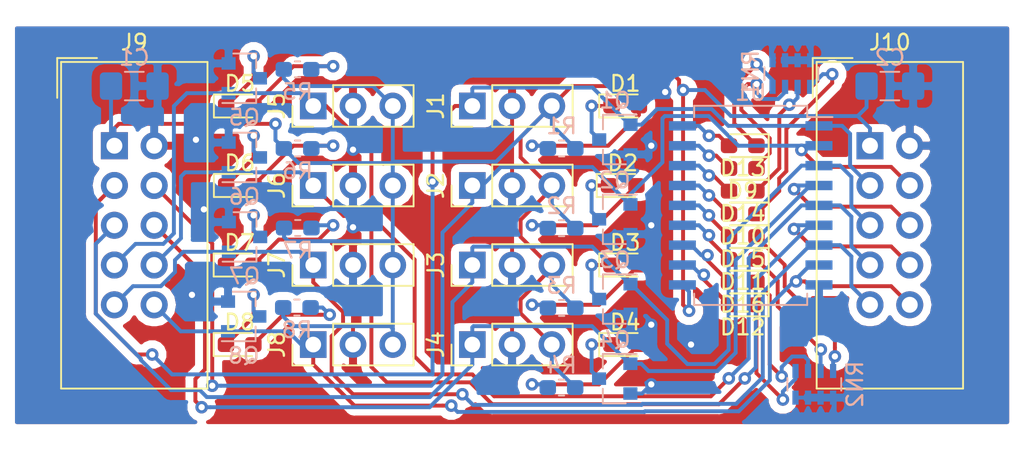
<source format=kicad_pcb>
(kicad_pcb (version 20171130) (host pcbnew "(5.0.0)")
  (layers (0 F.Cu signal) (31 B.Cu signal) (34 B.Paste user) (35 F.Paste user) (36 B.SilkS user) (37 F.SilkS user) (38 B.Mask user) (39 F.Mask user) (44 Edge.Cuts user))
  (net 0 "")
  (net 1 GND)
  (net 2 +3V3)
  (net 3 "Net-(D1-Pad2)")
  (net 4 "Net-(D1-Pad1)")
  (net 5 "Net-(D2-Pad2)")
  (net 6 "Net-(D2-Pad1)")
  (net 7 "Net-(D3-Pad2)")
  (net 8 "Net-(D3-Pad1)")
  (net 9 "Net-(D4-Pad2)")
  (net 10 "Net-(D4-Pad1)")
  (net 11 "Net-(D5-Pad1)")
  (net 12 "Net-(D5-Pad2)")
  (net 13 "Net-(D6-Pad1)")
  (net 14 "Net-(D6-Pad2)")
  (net 15 "Net-(D7-Pad1)")
  (net 16 "Net-(D7-Pad2)")
  (net 17 "Net-(D8-Pad2)")
  (net 18 "Net-(D8-Pad1)")
  (net 19 "Net-(D9-Pad2)")
  (net 20 "Net-(D9-Pad1)")
  (net 21 "Net-(D10-Pad1)")
  (net 22 "Net-(D10-Pad2)")
  (net 23 "Net-(D11-Pad2)")
  (net 24 "Net-(D11-Pad1)")
  (net 25 "Net-(D12-Pad2)")
  (net 26 "Net-(D12-Pad1)")
  (net 27 "Net-(D13-Pad1)")
  (net 28 "Net-(D13-Pad2)")
  (net 29 "Net-(D14-Pad1)")
  (net 30 "Net-(D14-Pad2)")
  (net 31 "Net-(D15-Pad1)")
  (net 32 "Net-(D15-Pad2)")
  (net 33 "Net-(D16-Pad1)")
  (net 34 "Net-(D16-Pad2)")
  (net 35 /bus_0)
  (net 36 /bus_1)
  (net 37 /bus_2)
  (net 38 /bus_3)
  (net 39 /bus_4)
  (net 40 /bus_5)
  (net 41 /bus_6)
  (net 42 /bus_7)
  (module Capacitor_SMD:C_1206_3216Metric_Pad1.42x1.75mm_HandSolder (layer B.Cu) (at 102.87 85.09 180)
    (fp_text reference C1 (at 0 1.82 180) (layer B.SilkS) (effects (justify mirror)))
    (fp_text value _Decoupling)
    (pad 1 smd roundrect (at -1.4875 0 180) (size 1.425 1.75) (layers B.Cu B.Paste B.Mask) (roundrect_rratio 0.175439) (net 1 GND))
    (pad 2 smd roundrect (at 1.4875 0 180) (size 1.425 1.75) (layers B.Cu B.Paste B.Mask) (roundrect_rratio 0.175439) (net 2 +3V3))
  )
  (module Capacitor_SMD:C_1206_3216Metric_Pad1.42x1.75mm_HandSolder (layer B.Cu) (at 151.13 85.09 180)
    (fp_text reference C2 (at 0 1.82 180) (layer B.SilkS) (effects (justify mirror)))
    (fp_text value _Decoupling)
    (pad 2 smd roundrect (at 1.4875 0 180) (size 1.425 1.75) (layers B.Cu B.Paste B.Mask) (roundrect_rratio 0.175439) (net 2 +3V3))
    (pad 1 smd roundrect (at -1.4875 0 180) (size 1.425 1.75) (layers B.Cu B.Paste B.Mask) (roundrect_rratio 0.175439) (net 1 GND))
  )
  (module LED_SMD:LED_0603_1608Metric_Pad1.05x0.95mm_HandSolder (layer F.Cu) (at 134.225 86.36)
    (fp_text reference D1 (at 0 -1.43) (layer F.SilkS))
    (fp_text value LED_Y)
    (pad 2 smd roundrect (at 0.875 0) (size 1.05 0.95) (layers F.Cu F.Paste F.Mask) (net 3 "Net-(D1-Pad2)"))
    (pad 1 smd roundrect (at -0.875 0) (size 1.05 0.95) (layers F.Cu F.Paste F.Mask) (net 4 "Net-(D1-Pad1)"))
  )
  (module LED_SMD:LED_0603_1608Metric_Pad1.05x0.95mm_HandSolder (layer F.Cu) (at 134.0675 91.44)
    (fp_text reference D2 (at 0 -1.43) (layer F.SilkS))
    (fp_text value LED_Y)
    (pad 2 smd roundrect (at 0.875 0) (size 1.05 0.95) (layers F.Cu F.Paste F.Mask) (net 5 "Net-(D2-Pad2)"))
    (pad 1 smd roundrect (at -0.875 0) (size 1.05 0.95) (layers F.Cu F.Paste F.Mask) (net 6 "Net-(D2-Pad1)"))
  )
  (module LED_SMD:LED_0603_1608Metric_Pad1.05x0.95mm_HandSolder (layer F.Cu) (at 134.225 96.52)
    (fp_text reference D3 (at 0 -1.43) (layer F.SilkS))
    (fp_text value LED_Y)
    (pad 2 smd roundrect (at 0.875 0) (size 1.05 0.95) (layers F.Cu F.Paste F.Mask) (net 7 "Net-(D3-Pad2)"))
    (pad 1 smd roundrect (at -0.875 0) (size 1.05 0.95) (layers F.Cu F.Paste F.Mask) (net 8 "Net-(D3-Pad1)"))
  )
  (module LED_SMD:LED_0603_1608Metric_Pad1.05x0.95mm_HandSolder (layer F.Cu) (at 134.225 101.6)
    (fp_text reference D4 (at 0 -1.43) (layer F.SilkS))
    (fp_text value LED_Y)
    (pad 2 smd roundrect (at 0.875 0) (size 1.05 0.95) (layers F.Cu F.Paste F.Mask) (net 9 "Net-(D4-Pad2)"))
    (pad 1 smd roundrect (at -0.875 0) (size 1.05 0.95) (layers F.Cu F.Paste F.Mask) (net 10 "Net-(D4-Pad1)"))
  )
  (module LED_SMD:LED_0603_1608Metric_Pad1.05x0.95mm_HandSolder (layer F.Cu) (at 109.615 86.36)
    (fp_text reference D5 (at 0 -1.43) (layer F.SilkS))
    (fp_text value LED_Y)
    (pad 1 smd roundrect (at -0.875 0) (size 1.05 0.95) (layers F.Cu F.Paste F.Mask) (net 11 "Net-(D5-Pad1)"))
    (pad 2 smd roundrect (at 0.875 0) (size 1.05 0.95) (layers F.Cu F.Paste F.Mask) (net 12 "Net-(D5-Pad2)"))
  )
  (module LED_SMD:LED_0603_1608Metric_Pad1.05x0.95mm_HandSolder (layer F.Cu) (at 109.615 91.44)
    (fp_text reference D6 (at 0 -1.43) (layer F.SilkS))
    (fp_text value LED_Y)
    (pad 1 smd roundrect (at -0.875 0) (size 1.05 0.95) (layers F.Cu F.Paste F.Mask) (net 13 "Net-(D6-Pad1)"))
    (pad 2 smd roundrect (at 0.875 0) (size 1.05 0.95) (layers F.Cu F.Paste F.Mask) (net 14 "Net-(D6-Pad2)"))
  )
  (module LED_SMD:LED_0603_1608Metric_Pad1.05x0.95mm_HandSolder (layer F.Cu) (at 109.601 96.52)
    (fp_text reference D7 (at 0 -1.43) (layer F.SilkS))
    (fp_text value LED_Y)
    (pad 1 smd roundrect (at -0.875 0) (size 1.05 0.95) (layers F.Cu F.Paste F.Mask) (net 15 "Net-(D7-Pad1)"))
    (pad 2 smd roundrect (at 0.875 0) (size 1.05 0.95) (layers F.Cu F.Paste F.Mask) (net 16 "Net-(D7-Pad2)"))
  )
  (module LED_SMD:LED_0603_1608Metric_Pad1.05x0.95mm_HandSolder (layer F.Cu) (at 109.601 101.6)
    (fp_text reference D8 (at 0 -1.43) (layer F.SilkS))
    (fp_text value LED_Y)
    (pad 2 smd roundrect (at 0.875 0) (size 1.05 0.95) (layers F.Cu F.Paste F.Mask) (net 17 "Net-(D8-Pad2)"))
    (pad 1 smd roundrect (at -0.875 0) (size 1.05 0.95) (layers F.Cu F.Paste F.Mask) (net 18 "Net-(D8-Pad1)"))
  )
  (module LED_SMD:LED_0603_1608Metric_Pad1.05x0.95mm_HandSolder (layer F.Cu) (at 141.732 90.351428 180)
    (fp_text reference D9 (at 0 -1.43 180) (layer F.SilkS))
    (fp_text value LED)
    (pad 2 smd roundrect (at 0.875 0 180) (size 1.05 0.95) (layers F.Cu F.Paste F.Mask) (net 19 "Net-(D9-Pad2)"))
    (pad 1 smd roundrect (at -0.875 0 180) (size 1.05 0.95) (layers F.Cu F.Paste F.Mask) (net 20 "Net-(D9-Pad1)"))
  )
  (module LED_SMD:LED_0603_1608Metric_Pad1.05x0.95mm_HandSolder (layer F.Cu) (at 141.732 93.254284 180)
    (fp_text reference D10 (at 0 -1.43 180) (layer F.SilkS))
    (fp_text value LED)
    (pad 1 smd roundrect (at -0.875 0 180) (size 1.05 0.95) (layers F.Cu F.Paste F.Mask) (net 21 "Net-(D10-Pad1)"))
    (pad 2 smd roundrect (at 0.875 0 180) (size 1.05 0.95) (layers F.Cu F.Paste F.Mask) (net 22 "Net-(D10-Pad2)"))
  )
  (module LED_SMD:LED_0603_1608Metric_Pad1.05x0.95mm_HandSolder (layer F.Cu) (at 141.732 96.15714 180)
    (fp_text reference D11 (at 0 -1.43 180) (layer F.SilkS))
    (fp_text value LED)
    (pad 2 smd roundrect (at 0.875 0 180) (size 1.05 0.95) (layers F.Cu F.Paste F.Mask) (net 23 "Net-(D11-Pad2)"))
    (pad 1 smd roundrect (at -0.875 0 180) (size 1.05 0.95) (layers F.Cu F.Paste F.Mask) (net 24 "Net-(D11-Pad1)"))
  )
  (module LED_SMD:LED_0603_1608Metric_Pad1.05x0.95mm_HandSolder (layer F.Cu) (at 141.732 99.059996 180)
    (fp_text reference D12 (at 0 -1.43 180) (layer F.SilkS))
    (fp_text value LED)
    (pad 2 smd roundrect (at 0.875 0 180) (size 1.05 0.95) (layers F.Cu F.Paste F.Mask) (net 25 "Net-(D12-Pad2)"))
    (pad 1 smd roundrect (at -0.875 0 180) (size 1.05 0.95) (layers F.Cu F.Paste F.Mask) (net 26 "Net-(D12-Pad1)"))
  )
  (module LED_SMD:LED_0603_1608Metric_Pad1.05x0.95mm_HandSolder (layer F.Cu) (at 141.732 88.9 180)
    (fp_text reference D13 (at 0 -1.43 180) (layer F.SilkS))
    (fp_text value LED)
    (pad 1 smd roundrect (at -0.875 0 180) (size 1.05 0.95) (layers F.Cu F.Paste F.Mask) (net 27 "Net-(D13-Pad1)"))
    (pad 2 smd roundrect (at 0.875 0 180) (size 1.05 0.95) (layers F.Cu F.Paste F.Mask) (net 28 "Net-(D13-Pad2)"))
  )
  (module LED_SMD:LED_0603_1608Metric_Pad1.05x0.95mm_HandSolder (layer F.Cu) (at 141.732 91.802856 180)
    (fp_text reference D14 (at 0 -1.43 180) (layer F.SilkS))
    (fp_text value LED)
    (pad 1 smd roundrect (at -0.875 0 180) (size 1.05 0.95) (layers F.Cu F.Paste F.Mask) (net 29 "Net-(D14-Pad1)"))
    (pad 2 smd roundrect (at 0.875 0 180) (size 1.05 0.95) (layers F.Cu F.Paste F.Mask) (net 30 "Net-(D14-Pad2)"))
  )
  (module LED_SMD:LED_0603_1608Metric_Pad1.05x0.95mm_HandSolder (layer F.Cu) (at 141.732 94.705712 180)
    (fp_text reference D15 (at 0 -1.43 180) (layer F.SilkS))
    (fp_text value LED)
    (pad 1 smd roundrect (at -0.875 0 180) (size 1.05 0.95) (layers F.Cu F.Paste F.Mask) (net 31 "Net-(D15-Pad1)"))
    (pad 2 smd roundrect (at 0.875 0 180) (size 1.05 0.95) (layers F.Cu F.Paste F.Mask) (net 32 "Net-(D15-Pad2)"))
  )
  (module LED_SMD:LED_0603_1608Metric_Pad1.05x0.95mm_HandSolder (layer F.Cu) (at 141.732 97.608568 180)
    (fp_text reference D16 (at 0 -1.43 180) (layer F.SilkS))
    (fp_text value LED)
    (pad 1 smd roundrect (at -0.875 0 180) (size 1.05 0.95) (layers F.Cu F.Paste F.Mask) (net 33 "Net-(D16-Pad1)"))
    (pad 2 smd roundrect (at 0.875 0 180) (size 1.05 0.95) (layers F.Cu F.Paste F.Mask) (net 34 "Net-(D16-Pad2)"))
  )
  (module Connector_PinHeader_2.54mm:PinHeader_1x03_P2.54mm_Vertical (layer F.Cu) (at 124.46 86.36 90)
    (fp_text reference J1 (at 0 -2.33 90) (layer F.SilkS))
    (fp_text value Conn_01x03_Male)
    (pad 3 thru_hole oval (at 0 5.08 90) (size 1.7 1.7) (drill 1) (layers *.Cu *.Mask) (net 2 +3V3))
    (pad 2 thru_hole oval (at 0 2.54 90) (size 1.7 1.7) (drill 1) (layers *.Cu *.Mask) (net 1 GND))
    (pad 1 thru_hole rect (at 0 0 90) (size 1.7 1.7) (drill 1) (layers *.Cu *.Mask) (net 35 /bus_0))
  )
  (module Connector_PinHeader_2.54mm:PinHeader_1x03_P2.54mm_Vertical (layer F.Cu) (at 124.46 91.44 90)
    (fp_text reference J2 (at 0 -2.33 90) (layer F.SilkS))
    (fp_text value Conn_01x03_Male)
    (pad 1 thru_hole rect (at 0 0 90) (size 1.7 1.7) (drill 1) (layers *.Cu *.Mask) (net 36 /bus_1))
    (pad 2 thru_hole oval (at 0 2.54 90) (size 1.7 1.7) (drill 1) (layers *.Cu *.Mask) (net 1 GND))
    (pad 3 thru_hole oval (at 0 5.08 90) (size 1.7 1.7) (drill 1) (layers *.Cu *.Mask) (net 2 +3V3))
  )
  (module Connector_PinHeader_2.54mm:PinHeader_1x03_P2.54mm_Vertical (layer F.Cu) (at 124.46 96.52 90)
    (fp_text reference J3 (at 0 -2.33 90) (layer F.SilkS))
    (fp_text value Conn_01x03_Male)
    (pad 1 thru_hole rect (at 0 0 90) (size 1.7 1.7) (drill 1) (layers *.Cu *.Mask) (net 37 /bus_2))
    (pad 2 thru_hole oval (at 0 2.54 90) (size 1.7 1.7) (drill 1) (layers *.Cu *.Mask) (net 1 GND))
    (pad 3 thru_hole oval (at 0 5.08 90) (size 1.7 1.7) (drill 1) (layers *.Cu *.Mask) (net 2 +3V3))
  )
  (module Connector_PinHeader_2.54mm:PinHeader_1x03_P2.54mm_Vertical (layer F.Cu) (at 124.46 101.6 90)
    (fp_text reference J4 (at 0 -2.33 90) (layer F.SilkS))
    (fp_text value Conn_01x03_Male)
    (pad 3 thru_hole oval (at 0 5.08 90) (size 1.7 1.7) (drill 1) (layers *.Cu *.Mask) (net 2 +3V3))
    (pad 2 thru_hole oval (at 0 2.54 90) (size 1.7 1.7) (drill 1) (layers *.Cu *.Mask) (net 1 GND))
    (pad 1 thru_hole rect (at 0 0 90) (size 1.7 1.7) (drill 1) (layers *.Cu *.Mask) (net 38 /bus_3))
  )
  (module Connector_PinHeader_2.54mm:PinHeader_1x03_P2.54mm_Vertical (layer F.Cu) (at 114.3 86.36 90)
    (fp_text reference J5 (at 0 -2.33 90) (layer F.SilkS))
    (fp_text value Conn_01x03_Male)
    (pad 1 thru_hole rect (at 0 0 90) (size 1.7 1.7) (drill 1) (layers *.Cu *.Mask) (net 39 /bus_4))
    (pad 2 thru_hole oval (at 0 2.54 90) (size 1.7 1.7) (drill 1) (layers *.Cu *.Mask) (net 1 GND))
    (pad 3 thru_hole oval (at 0 5.08 90) (size 1.7 1.7) (drill 1) (layers *.Cu *.Mask) (net 2 +3V3))
  )
  (module Connector_PinHeader_2.54mm:PinHeader_1x03_P2.54mm_Vertical (layer F.Cu) (at 114.3 91.44 90)
    (fp_text reference J6 (at 0 -2.33 90) (layer F.SilkS))
    (fp_text value Conn_01x03_Male)
    (pad 1 thru_hole rect (at 0 0 90) (size 1.7 1.7) (drill 1) (layers *.Cu *.Mask) (net 40 /bus_5))
    (pad 2 thru_hole oval (at 0 2.54 90) (size 1.7 1.7) (drill 1) (layers *.Cu *.Mask) (net 1 GND))
    (pad 3 thru_hole oval (at 0 5.08 90) (size 1.7 1.7) (drill 1) (layers *.Cu *.Mask) (net 2 +3V3))
  )
  (module Connector_PinHeader_2.54mm:PinHeader_1x03_P2.54mm_Vertical (layer F.Cu) (at 114.3 96.52 90)
    (fp_text reference J7 (at 0 -2.33 90) (layer F.SilkS))
    (fp_text value Conn_01x03_Male)
    (pad 3 thru_hole oval (at 0 5.08 90) (size 1.7 1.7) (drill 1) (layers *.Cu *.Mask) (net 2 +3V3))
    (pad 2 thru_hole oval (at 0 2.54 90) (size 1.7 1.7) (drill 1) (layers *.Cu *.Mask) (net 1 GND))
    (pad 1 thru_hole rect (at 0 0 90) (size 1.7 1.7) (drill 1) (layers *.Cu *.Mask) (net 41 /bus_6))
  )
  (module Connector_PinHeader_2.54mm:PinHeader_1x03_P2.54mm_Vertical (layer F.Cu) (at 114.3 101.6 90)
    (fp_text reference J8 (at 0 -2.33 90) (layer F.SilkS))
    (fp_text value Conn_01x03_Male)
    (pad 3 thru_hole oval (at 0 5.08 90) (size 1.7 1.7) (drill 1) (layers *.Cu *.Mask) (net 2 +3V3))
    (pad 2 thru_hole oval (at 0 2.54 90) (size 1.7 1.7) (drill 1) (layers *.Cu *.Mask) (net 1 GND))
    (pad 1 thru_hole rect (at 0 0 90) (size 1.7 1.7) (drill 1) (layers *.Cu *.Mask) (net 42 /bus_7))
  )
  (module Connector_IDC:IDC-Header_2x05_P2.54mm_Vertical (layer F.Cu) (at 101.6 88.9)
    (fp_text reference J9 (at 1.27 -6.604) (layer F.SilkS))
    (fp_text value Conn_02x05_Odd_Even)
    (pad 1 thru_hole rect (at 0 0) (size 1.7272 1.7272) (drill 1.016) (layers *.Cu *.Mask) (net 2 +3V3))
    (pad 2 thru_hole oval (at 2.54 0) (size 1.7272 1.7272) (drill 1.016) (layers *.Cu *.Mask) (net 1 GND))
    (pad 3 thru_hole oval (at 0 2.54) (size 1.7272 1.7272) (drill 1.016) (layers *.Cu *.Mask) (net 35 /bus_0))
    (pad 4 thru_hole oval (at 2.54 2.54) (size 1.7272 1.7272) (drill 1.016) (layers *.Cu *.Mask) (net 36 /bus_1))
    (pad 5 thru_hole oval (at 0 5.08) (size 1.7272 1.7272) (drill 1.016) (layers *.Cu *.Mask) (net 37 /bus_2))
    (pad 6 thru_hole oval (at 2.54 5.08) (size 1.7272 1.7272) (drill 1.016) (layers *.Cu *.Mask) (net 38 /bus_3))
    (pad 7 thru_hole oval (at 0 7.62) (size 1.7272 1.7272) (drill 1.016) (layers *.Cu *.Mask) (net 39 /bus_4))
    (pad 8 thru_hole oval (at 2.54 7.62) (size 1.7272 1.7272) (drill 1.016) (layers *.Cu *.Mask) (net 40 /bus_5))
    (pad 9 thru_hole oval (at 0 10.16) (size 1.7272 1.7272) (drill 1.016) (layers *.Cu *.Mask) (net 41 /bus_6))
    (pad 10 thru_hole oval (at 2.54 10.16) (size 1.7272 1.7272) (drill 1.016) (layers *.Cu *.Mask) (net 42 /bus_7))
  )
  (module Connector_IDC:IDC-Header_2x05_P2.54mm_Vertical (layer F.Cu) (at 149.86 88.9)
    (fp_text reference J10 (at 1.27 -6.604) (layer F.SilkS))
    (fp_text value Conn_02x05_Odd_Even)
    (pad 10 thru_hole oval (at 2.54 10.16) (size 1.7272 1.7272) (drill 1.016) (layers *.Cu *.Mask) (net 42 /bus_7))
    (pad 9 thru_hole oval (at 0 10.16) (size 1.7272 1.7272) (drill 1.016) (layers *.Cu *.Mask) (net 41 /bus_6))
    (pad 8 thru_hole oval (at 2.54 7.62) (size 1.7272 1.7272) (drill 1.016) (layers *.Cu *.Mask) (net 40 /bus_5))
    (pad 7 thru_hole oval (at 0 7.62) (size 1.7272 1.7272) (drill 1.016) (layers *.Cu *.Mask) (net 39 /bus_4))
    (pad 6 thru_hole oval (at 2.54 5.08) (size 1.7272 1.7272) (drill 1.016) (layers *.Cu *.Mask) (net 38 /bus_3))
    (pad 5 thru_hole oval (at 0 5.08) (size 1.7272 1.7272) (drill 1.016) (layers *.Cu *.Mask) (net 37 /bus_2))
    (pad 4 thru_hole oval (at 2.54 2.54) (size 1.7272 1.7272) (drill 1.016) (layers *.Cu *.Mask) (net 36 /bus_1))
    (pad 3 thru_hole oval (at 0 2.54) (size 1.7272 1.7272) (drill 1.016) (layers *.Cu *.Mask) (net 35 /bus_0))
    (pad 2 thru_hole oval (at 2.54 0) (size 1.7272 1.7272) (drill 1.016) (layers *.Cu *.Mask) (net 1 GND))
    (pad 1 thru_hole rect (at 0 0) (size 1.7272 1.7272) (drill 1.016) (layers *.Cu *.Mask) (net 2 +3V3))
  )
  (module Package_TO_SOT_SMD:SOT-23 (layer B.Cu) (at 133.564999 88.505001 180)
    (fp_text reference Q1 (at 0 2.5 180) (layer B.SilkS) (effects (justify mirror)))
    (fp_text value 2N7002)
    (pad 1 smd rect (at -1 0.95 180) (size 0.9 0.8) (layers B.Cu B.Paste B.Mask) (net 35 /bus_0))
    (pad 2 smd rect (at -1 -0.95 180) (size 0.9 0.8) (layers B.Cu B.Paste B.Mask) (net 1 GND))
    (pad 3 smd rect (at 1 0 180) (size 0.9 0.8) (layers B.Cu B.Paste B.Mask) (net 4 "Net-(D1-Pad1)"))
  )
  (module Package_TO_SOT_SMD:SOT-23 (layer B.Cu) (at 133.561274 93.599307 180)
    (fp_text reference Q2 (at 0 2.5 180) (layer B.SilkS) (effects (justify mirror)))
    (fp_text value 2N7002)
    (pad 3 smd rect (at 1 0 180) (size 0.9 0.8) (layers B.Cu B.Paste B.Mask) (net 6 "Net-(D2-Pad1)"))
    (pad 2 smd rect (at -1 -0.95 180) (size 0.9 0.8) (layers B.Cu B.Paste B.Mask) (net 1 GND))
    (pad 1 smd rect (at -1 0.95 180) (size 0.9 0.8) (layers B.Cu B.Paste B.Mask) (net 36 /bus_1))
  )
  (module Package_TO_SOT_SMD:SOT-23 (layer B.Cu) (at 133.564999 98.692401 180)
    (fp_text reference Q3 (at 0 2.5 180) (layer B.SilkS) (effects (justify mirror)))
    (fp_text value 2N7002)
    (pad 1 smd rect (at -1 0.95 180) (size 0.9 0.8) (layers B.Cu B.Paste B.Mask) (net 37 /bus_2))
    (pad 2 smd rect (at -1 -0.95 180) (size 0.9 0.8) (layers B.Cu B.Paste B.Mask) (net 1 GND))
    (pad 3 smd rect (at 1 0 180) (size 0.9 0.8) (layers B.Cu B.Paste B.Mask) (net 8 "Net-(D3-Pad1)"))
  )
  (module Package_TO_SOT_SMD:SOT-23 (layer B.Cu) (at 133.555912 103.777482 180)
    (fp_text reference Q4 (at 0 2.5 180) (layer B.SilkS) (effects (justify mirror)))
    (fp_text value 2N7002)
    (pad 3 smd rect (at 1 0 180) (size 0.9 0.8) (layers B.Cu B.Paste B.Mask) (net 10 "Net-(D4-Pad1)"))
    (pad 2 smd rect (at -1 -0.95 180) (size 0.9 0.8) (layers B.Cu B.Paste B.Mask) (net 1 GND))
    (pad 1 smd rect (at -1 0.95 180) (size 0.9 0.8) (layers B.Cu B.Paste B.Mask) (net 38 /bus_3))
  )
  (module Package_TO_SOT_SMD:SOT-23 (layer B.Cu) (at 109.894001 84.591999)
    (fp_text reference Q5 (at 0 2.5) (layer B.SilkS) (effects (justify mirror)))
    (fp_text value 2N7002)
    (pad 1 smd rect (at -1 0.95) (size 0.9 0.8) (layers B.Cu B.Paste B.Mask) (net 39 /bus_4))
    (pad 2 smd rect (at -1 -0.95) (size 0.9 0.8) (layers B.Cu B.Paste B.Mask) (net 1 GND))
    (pad 3 smd rect (at 1 0) (size 0.9 0.8) (layers B.Cu B.Paste B.Mask) (net 11 "Net-(D5-Pad1)"))
  )
  (module Package_TO_SOT_SMD:SOT-23 (layer B.Cu) (at 109.900337 89.647398)
    (fp_text reference Q6 (at 0 2.5) (layer B.SilkS) (effects (justify mirror)))
    (fp_text value 2N7002)
    (pad 3 smd rect (at 1 0) (size 0.9 0.8) (layers B.Cu B.Paste B.Mask) (net 13 "Net-(D6-Pad1)"))
    (pad 2 smd rect (at -1 -0.95) (size 0.9 0.8) (layers B.Cu B.Paste B.Mask) (net 1 GND))
    (pad 1 smd rect (at -1 0.95) (size 0.9 0.8) (layers B.Cu B.Paste B.Mask) (net 40 /bus_5))
  )
  (module Package_TO_SOT_SMD:SOT-23 (layer B.Cu) (at 109.911273 94.725479)
    (fp_text reference Q7 (at 0 2.5) (layer B.SilkS) (effects (justify mirror)))
    (fp_text value 2N7002)
    (pad 1 smd rect (at -1 0.95) (size 0.9 0.8) (layers B.Cu B.Paste B.Mask) (net 41 /bus_6))
    (pad 2 smd rect (at -1 -0.95) (size 0.9 0.8) (layers B.Cu B.Paste B.Mask) (net 1 GND))
    (pad 3 smd rect (at 1 0) (size 0.9 0.8) (layers B.Cu B.Paste B.Mask) (net 15 "Net-(D7-Pad1)"))
  )
  (module Package_TO_SOT_SMD:SOT-23 (layer B.Cu) (at 109.857235 99.803898)
    (fp_text reference Q8 (at 0 2.5) (layer B.SilkS) (effects (justify mirror)))
    (fp_text value 2N7002)
    (pad 3 smd rect (at 1 0) (size 0.9 0.8) (layers B.Cu B.Paste B.Mask) (net 18 "Net-(D8-Pad1)"))
    (pad 2 smd rect (at -1 -0.95) (size 0.9 0.8) (layers B.Cu B.Paste B.Mask) (net 1 GND))
    (pad 1 smd rect (at -1 0.95) (size 0.9 0.8) (layers B.Cu B.Paste B.Mask) (net 42 /bus_7))
  )
  (module Resistor_SMD:R_0603_1608Metric_Pad1.05x0.95mm_HandSolder (layer B.Cu) (at 130.164999 89.075001 180)
    (fp_text reference R1 (at 0 1.43 180) (layer B.SilkS) (effects (justify mirror)))
    (fp_text value R_Yellow)
    (pad 1 smd roundrect (at -0.875 0 180) (size 1.05 0.95) (layers B.Cu B.Paste B.Mask) (net 2 +3V3))
    (pad 2 smd roundrect (at 0.875 0 180) (size 1.05 0.95) (layers B.Cu B.Paste B.Mask) (net 3 "Net-(D1-Pad2)"))
  )
  (module Resistor_SMD:R_0603_1608Metric_Pad1.05x0.95mm_HandSolder (layer B.Cu) (at 130.161274 94.169307 180)
    (fp_text reference R2 (at 0 1.43 180) (layer B.SilkS) (effects (justify mirror)))
    (fp_text value R_Yellow)
    (pad 2 smd roundrect (at 0.875 0 180) (size 1.05 0.95) (layers B.Cu B.Paste B.Mask) (net 5 "Net-(D2-Pad2)"))
    (pad 1 smd roundrect (at -0.875 0 180) (size 1.05 0.95) (layers B.Cu B.Paste B.Mask) (net 2 +3V3))
  )
  (module Resistor_SMD:R_0603_1608Metric_Pad1.05x0.95mm_HandSolder (layer B.Cu) (at 130.164999 99.262401 180)
    (fp_text reference R3 (at 0 1.43 180) (layer B.SilkS) (effects (justify mirror)))
    (fp_text value R_Yellow)
    (pad 2 smd roundrect (at 0.875 0 180) (size 1.05 0.95) (layers B.Cu B.Paste B.Mask) (net 7 "Net-(D3-Pad2)"))
    (pad 1 smd roundrect (at -0.875 0 180) (size 1.05 0.95) (layers B.Cu B.Paste B.Mask) (net 2 +3V3))
  )
  (module Resistor_SMD:R_0603_1608Metric_Pad1.05x0.95mm_HandSolder (layer B.Cu) (at 130.155912 104.347482 180)
    (fp_text reference R4 (at 0 1.43 180) (layer B.SilkS) (effects (justify mirror)))
    (fp_text value R_Yellow)
    (pad 2 smd roundrect (at 0.875 0 180) (size 1.05 0.95) (layers B.Cu B.Paste B.Mask) (net 9 "Net-(D4-Pad2)"))
    (pad 1 smd roundrect (at -0.875 0 180) (size 1.05 0.95) (layers B.Cu B.Paste B.Mask) (net 2 +3V3))
  )
  (module Resistor_SMD:R_0603_1608Metric_Pad1.05x0.95mm_HandSolder (layer B.Cu) (at 113.294001 84.021999)
    (fp_text reference R5 (at 0 1.43) (layer B.SilkS) (effects (justify mirror)))
    (fp_text value R_Yellow)
    (pad 1 smd roundrect (at -0.875 0) (size 1.05 0.95) (layers B.Cu B.Paste B.Mask) (net 2 +3V3))
    (pad 2 smd roundrect (at 0.875 0) (size 1.05 0.95) (layers B.Cu B.Paste B.Mask) (net 12 "Net-(D5-Pad2)"))
  )
  (module Resistor_SMD:R_0603_1608Metric_Pad1.05x0.95mm_HandSolder (layer B.Cu) (at 113.300337 89.077398)
    (fp_text reference R6 (at 0 1.43) (layer B.SilkS) (effects (justify mirror)))
    (fp_text value R_Yellow)
    (pad 1 smd roundrect (at -0.875 0) (size 1.05 0.95) (layers B.Cu B.Paste B.Mask) (net 2 +3V3))
    (pad 2 smd roundrect (at 0.875 0) (size 1.05 0.95) (layers B.Cu B.Paste B.Mask) (net 14 "Net-(D6-Pad2)"))
  )
  (module Resistor_SMD:R_0603_1608Metric_Pad1.05x0.95mm_HandSolder (layer B.Cu) (at 113.311273 94.155479)
    (fp_text reference R7 (at 0 1.43) (layer B.SilkS) (effects (justify mirror)))
    (fp_text value R_Yellow)
    (pad 1 smd roundrect (at -0.875 0) (size 1.05 0.95) (layers B.Cu B.Paste B.Mask) (net 2 +3V3))
    (pad 2 smd roundrect (at 0.875 0) (size 1.05 0.95) (layers B.Cu B.Paste B.Mask) (net 16 "Net-(D7-Pad2)"))
  )
  (module Resistor_SMD:R_0603_1608Metric_Pad1.05x0.95mm_HandSolder (layer B.Cu) (at 113.257235 99.233898)
    (fp_text reference R8 (at 0 1.43) (layer B.SilkS) (effects (justify mirror)))
    (fp_text value R_Yellow)
    (pad 2 smd roundrect (at 0.875 0) (size 1.05 0.95) (layers B.Cu B.Paste B.Mask) (net 17 "Net-(D8-Pad2)"))
    (pad 1 smd roundrect (at -0.875 0) (size 1.05 0.95) (layers B.Cu B.Paste B.Mask) (net 2 +3V3))
  )
  (module Package_SO:SOP-18_7.0x12.5mm_P1.27mm (layer B.Cu) (at 142.24 92.71 180)
    (fp_text reference U1 (at 0 7.2 180) (layer B.SilkS) (effects (justify mirror)))
    (fp_text value ULN2803A)
    (pad 1 smd rect (at -4.3625 5.08 180) (size 1.725 0.6) (layers B.Cu B.Paste B.Mask) (net 35 /bus_0))
    (pad 2 smd rect (at -4.3625 3.81 180) (size 1.725 0.6) (layers B.Cu B.Paste B.Mask) (net 36 /bus_1))
    (pad 3 smd rect (at -4.3625 2.54 180) (size 1.725 0.6) (layers B.Cu B.Paste B.Mask) (net 37 /bus_2))
    (pad 4 smd rect (at -4.3625 1.27 180) (size 1.725 0.6) (layers B.Cu B.Paste B.Mask) (net 38 /bus_3))
    (pad 5 smd rect (at -4.3625 0 180) (size 1.725 0.6) (layers B.Cu B.Paste B.Mask) (net 39 /bus_4))
    (pad 6 smd rect (at -4.3625 -1.27 180) (size 1.725 0.6) (layers B.Cu B.Paste B.Mask) (net 40 /bus_5))
    (pad 7 smd rect (at -4.3625 -2.54 180) (size 1.725 0.6) (layers B.Cu B.Paste B.Mask) (net 41 /bus_6))
    (pad 8 smd rect (at -4.3625 -3.81 180) (size 1.725 0.6) (layers B.Cu B.Paste B.Mask) (net 42 /bus_7))
    (pad 9 smd rect (at -4.3625 -5.08 180) (size 1.725 0.6) (layers B.Cu B.Paste B.Mask) (net 1 GND))
    (pad 18 smd rect (at 4.3625 5.08 180) (size 1.725 0.6) (layers B.Cu B.Paste B.Mask) (net 28 "Net-(D13-Pad2)"))
    (pad 17 smd rect (at 4.3625 3.81 180) (size 1.725 0.6) (layers B.Cu B.Paste B.Mask) (net 19 "Net-(D9-Pad2)"))
    (pad 16 smd rect (at 4.3625 2.54 180) (size 1.725 0.6) (layers B.Cu B.Paste B.Mask) (net 30 "Net-(D14-Pad2)"))
    (pad 15 smd rect (at 4.3625 1.27 180) (size 1.725 0.6) (layers B.Cu B.Paste B.Mask) (net 22 "Net-(D10-Pad2)"))
    (pad 14 smd rect (at 4.3625 0 180) (size 1.725 0.6) (layers B.Cu B.Paste B.Mask) (net 32 "Net-(D15-Pad2)"))
    (pad 13 smd rect (at 4.3625 -1.27 180) (size 1.725 0.6) (layers B.Cu B.Paste B.Mask) (net 23 "Net-(D11-Pad2)"))
    (pad 12 smd rect (at 4.3625 -2.54 180) (size 1.725 0.6) (layers B.Cu B.Paste B.Mask) (net 34 "Net-(D16-Pad2)"))
    (pad 11 smd rect (at 4.3625 -3.81 180) (size 1.725 0.6) (layers B.Cu B.Paste B.Mask) (net 25 "Net-(D12-Pad2)"))
    (pad 10 smd rect (at 4.3625 -5.08 180) (size 1.725 0.6) (layers B.Cu B.Paste B.Mask) (net 2 +3V3))
  )
  (module Resistor_SMD:R_Array_Concave_4x0603 (layer B.Cu) (at 144.837 84.289 270)
    (fp_text reference RN1 (at 0 2.6 270) (layer B.SilkS) (effects (justify mirror)))
    (fp_text value R_Pack04)
    (pad 5 smd rect (at 0.85 -1.2 270) (size 0.9 0.4) (layers B.Cu B.Paste B.Mask) (net 21 "Net-(D10-Pad1)"))
    (pad 6 smd rect (at 0.85 -0.4 270) (size 0.9 0.4) (layers B.Cu B.Paste B.Mask) (net 29 "Net-(D14-Pad1)"))
    (pad 7 smd rect (at 0.85 0.4 270) (size 0.9 0.4) (layers B.Cu B.Paste B.Mask) (net 20 "Net-(D9-Pad1)"))
    (pad 8 smd rect (at 0.85 1.2 270) (size 0.9 0.4) (layers B.Cu B.Paste B.Mask) (net 27 "Net-(D13-Pad1)"))
    (pad 4 smd rect (at -0.85 -1.2 270) (size 0.9 0.4) (layers B.Cu B.Paste B.Mask) (net 1 GND))
    (pad 1 smd rect (at -0.85 1.2 270) (size 0.9 0.4) (layers B.Cu B.Paste B.Mask) (net 1 GND))
    (pad 3 smd rect (at -0.85 -0.4 270) (size 0.9 0.4) (layers B.Cu B.Paste B.Mask) (net 1 GND))
    (pad 2 smd rect (at -0.85 0.4 270) (size 0.9 0.4) (layers B.Cu B.Paste B.Mask) (net 1 GND))
  )
  (module Resistor_SMD:R_Array_Concave_4x0603 (layer B.Cu) (at 146.304 104.14 90)
    (fp_text reference RN2 (at 0 2.6 90) (layer B.SilkS) (effects (justify mirror)))
    (fp_text value R_Pack04)
    (pad 2 smd rect (at -0.85 0.4 90) (size 0.9 0.4) (layers B.Cu B.Paste B.Mask) (net 1 GND))
    (pad 3 smd rect (at -0.85 -0.4 90) (size 0.9 0.4) (layers B.Cu B.Paste B.Mask) (net 1 GND))
    (pad 1 smd rect (at -0.85 1.2 90) (size 0.9 0.4) (layers B.Cu B.Paste B.Mask) (net 1 GND))
    (pad 4 smd rect (at -0.85 -1.2 90) (size 0.9 0.4) (layers B.Cu B.Paste B.Mask) (net 1 GND))
    (pad 8 smd rect (at 0.85 1.2 90) (size 0.9 0.4) (layers B.Cu B.Paste B.Mask) (net 31 "Net-(D15-Pad1)"))
    (pad 7 smd rect (at 0.85 0.4 90) (size 0.9 0.4) (layers B.Cu B.Paste B.Mask) (net 24 "Net-(D11-Pad1)"))
    (pad 6 smd rect (at 0.85 -0.4 90) (size 0.9 0.4) (layers B.Cu B.Paste B.Mask) (net 33 "Net-(D16-Pad1)"))
    (pad 5 smd rect (at 0.85 -1.2 90) (size 0.9 0.4) (layers B.Cu B.Paste B.Mask) (net 26 "Net-(D12-Pad1)"))
  )
  (segment (start 127 86.36) (end 127 101.6) (width 0.25) (layer F.Cu) (net 1))
  (via (at 135.89 100.33) (size 0.8) (drill 0.4) (layers F.Cu B.Cu) (net 1))
  (via (at 135.89 104.14) (size 0.8) (drill 0.4) (layers F.Cu B.Cu) (net 1))
  (via (at 138.43 101.6) (size 0.8) (drill 0.4) (layers F.Cu B.Cu) (net 1))
  (via (at 135.89 93.98) (size 0.8) (drill 0.4) (layers F.Cu B.Cu) (net 1))
  (via (at 135.89 88.9) (size 0.8) (drill 0.4) (layers F.Cu B.Cu) (net 1))
  (segment (start 135.302518 104.727482) (end 135.89 104.14) (width 0.25) (layer B.Cu) (net 1))
  (segment (start 134.555912 104.727482) (end 135.302518 104.727482) (width 0.25) (layer B.Cu) (net 1))
  (segment (start 145.104 104.99) (end 145.904 104.99) (width 0.25) (layer B.Cu) (net 1))
  (via (at 136.779 85.471) (size 0.8) (drill 0.4) (layers F.Cu B.Cu) (net 1))
  (segment (start 116.84 100.397919) (end 116.84 96.52) (width 0.25) (layer F.Cu) (net 1))
  (segment (start 116.84 101.6) (end 116.84 100.397919) (width 0.25) (layer F.Cu) (net 1))
  (segment (start 116.84 96.52) (end 116.84 94.107) (width 0.25) (layer F.Cu) (net 1))
  (via (at 116.84 94.107) (size 0.8) (drill 0.4) (layers F.Cu B.Cu) (net 1))
  (segment (start 116.84 93.541315) (end 116.84 91.44) (width 0.25) (layer B.Cu) (net 1))
  (segment (start 116.84 94.107) (end 116.84 93.541315) (width 0.25) (layer B.Cu) (net 1))
  (segment (start 116.84 91.44) (end 116.84 89.154) (width 0.25) (layer F.Cu) (net 1))
  (via (at 116.84 89.154) (size 0.8) (drill 0.4) (layers F.Cu B.Cu) (net 1))
  (segment (start 116.84 89.154) (end 116.84 86.36) (width 0.25) (layer B.Cu) (net 1))
  (via (at 106.553 98.425) (size 0.8) (drill 0.4) (layers F.Cu B.Cu) (net 1))
  (via (at 107.315 92.964) (size 0.8) (drill 0.4) (layers F.Cu B.Cu) (net 1))
  (via (at 106.807 88.519) (size 0.8) (drill 0.4) (layers F.Cu B.Cu) (net 1))
  (segment (start 129.54 102.85657) (end 131.030912 104.347482) (width 0.25) (layer B.Cu) (net 2))
  (segment (start 129.54 101.6) (end 129.54 102.85657) (width 0.25) (layer B.Cu) (net 2))
  (segment (start 129.54 97.762402) (end 131.039999 99.262401) (width 0.25) (layer B.Cu) (net 2))
  (segment (start 129.54 96.52) (end 129.54 97.762402) (width 0.25) (layer B.Cu) (net 2))
  (segment (start 129.54 92.673033) (end 131.036274 94.169307) (width 0.25) (layer B.Cu) (net 2))
  (segment (start 129.54 91.44) (end 129.54 92.673033) (width 0.25) (layer B.Cu) (net 2))
  (segment (start 129.54 87.575002) (end 131.039999 89.075001) (width 0.25) (layer B.Cu) (net 2))
  (segment (start 129.54 86.36) (end 129.54 87.575002) (width 0.25) (layer B.Cu) (net 2))
  (segment (start 129.54 86.36) (end 127.544998 88.355002) (width 0.25) (layer F.Cu) (net 2))
  (segment (start 127.544998 88.355002) (end 127.544998 89.641994) (width 0.25) (layer F.Cu) (net 2))
  (segment (start 127.544998 89.641994) (end 129.54 91.636996) (width 0.25) (layer F.Cu) (net 2))
  (segment (start 127.544998 99.604998) (end 128.690001 100.750001) (width 0.25) (layer F.Cu) (net 2))
  (segment (start 128.690001 100.750001) (end 129.54 101.6) (width 0.25) (layer F.Cu) (net 2))
  (segment (start 129.54 91.636996) (end 127.544998 93.631998) (width 0.25) (layer F.Cu) (net 2))
  (segment (start 127.544998 98.711998) (end 127.544998 99.604998) (width 0.25) (layer F.Cu) (net 2))
  (segment (start 129.54 96.716996) (end 127.544998 98.711998) (width 0.25) (layer F.Cu) (net 2))
  (segment (start 127.544998 94.721994) (end 129.54 96.716996) (width 0.25) (layer F.Cu) (net 2))
  (segment (start 127.544998 93.631998) (end 127.544998 94.721994) (width 0.25) (layer F.Cu) (net 2))
  (segment (start 119.38 100.397919) (end 119.38 96.52) (width 0.25) (layer B.Cu) (net 2))
  (segment (start 119.38 101.6) (end 119.38 100.397919) (width 0.25) (layer B.Cu) (net 2))
  (segment (start 119.38 96.52) (end 119.38 95.317919) (width 0.25) (layer B.Cu) (net 2))
  (segment (start 119.38 91.44) (end 119.38 90.237919) (width 0.25) (layer B.Cu) (net 2))
  (segment (start 119.38 90.237919) (end 119.38 89.916) (width 0.25) (layer B.Cu) (net 2))
  (segment (start 119.38 89.916) (end 119.38 86.36) (width 0.25) (layer B.Cu) (net 2))
  (segment (start 112.701794 94.996) (end 119.38 94.996) (width 0.25) (layer B.Cu) (net 2))
  (segment (start 112.436273 94.730479) (end 112.701794 94.996) (width 0.25) (layer B.Cu) (net 2))
  (segment (start 112.436273 94.155479) (end 112.436273 94.730479) (width 0.25) (layer B.Cu) (net 2))
  (segment (start 119.38 95.317919) (end 119.38 94.996) (width 0.25) (layer B.Cu) (net 2))
  (segment (start 119.38 94.996) (end 119.38 91.44) (width 0.25) (layer B.Cu) (net 2))
  (segment (start 112.998336 100.424999) (end 119.220999 100.424999) (width 0.25) (layer B.Cu) (net 2))
  (segment (start 112.382235 99.808898) (end 112.998336 100.424999) (width 0.25) (layer B.Cu) (net 2))
  (segment (start 112.382235 99.233898) (end 112.382235 99.808898) (width 0.25) (layer B.Cu) (net 2))
  (segment (start 119.38 100.584) (end 119.38 101.6) (width 0.25) (layer B.Cu) (net 2))
  (segment (start 119.220999 100.424999) (end 119.38 100.584) (width 0.25) (layer B.Cu) (net 2))
  (segment (start 112.419001 84.596999) (end 112.912002 85.09) (width 0.25) (layer B.Cu) (net 2))
  (segment (start 112.419001 84.021999) (end 112.419001 84.596999) (width 0.25) (layer B.Cu) (net 2))
  (segment (start 118.11 85.09) (end 119.38 86.36) (width 0.25) (layer B.Cu) (net 2))
  (segment (start 112.912002 85.09) (end 118.11 85.09) (width 0.25) (layer B.Cu) (net 2))
  (segment (start 101.6 88.9) (end 101.6 87.7864) (width 0.25) (layer B.Cu) (net 2))
  (segment (start 149.078599 87.004999) (end 140.979999 87.004999) (width 0.25) (layer B.Cu) (net 2))
  (segment (start 149.86 87.7864) (end 149.078599 87.004999) (width 0.25) (layer B.Cu) (net 2))
  (segment (start 149.86 88.9) (end 149.86 87.7864) (width 0.25) (layer B.Cu) (net 2))
  (via (at 137.922 85.344) (size 0.8) (drill 0.4) (layers F.Cu B.Cu) (net 2))
  (segment (start 140.979999 87.004999) (end 139.319 85.344) (width 0.25) (layer B.Cu) (net 2))
  (segment (start 139.319 85.344) (end 137.922 85.344) (width 0.25) (layer B.Cu) (net 2))
  (via (at 138.303 99.441) (size 0.8) (drill 0.4) (layers F.Cu B.Cu) (net 2))
  (segment (start 137.922 85.344) (end 137.922 99.06) (width 0.25) (layer F.Cu) (net 2))
  (segment (start 137.922 99.06) (end 138.303 99.441) (width 0.25) (layer F.Cu) (net 2))
  (segment (start 138.303 98.2155) (end 137.8775 97.79) (width 0.25) (layer B.Cu) (net 2))
  (segment (start 138.303 99.441) (end 138.303 98.2155) (width 0.25) (layer B.Cu) (net 2))
  (segment (start 101.6 87.7864) (end 101.8834 87.503) (width 0.25) (layer F.Cu) (net 2))
  (segment (start 101.6 88.9) (end 101.6 87.7864) (width 0.25) (layer F.Cu) (net 2))
  (via (at 111.887 87.503) (size 0.8) (drill 0.4) (layers F.Cu B.Cu) (net 2))
  (segment (start 101.8834 87.503) (end 111.887 87.503) (width 0.25) (layer F.Cu) (net 2))
  (segment (start 111.887 88.539061) (end 112.425337 89.077398) (width 0.25) (layer B.Cu) (net 2))
  (segment (start 111.887 87.503) (end 111.887 88.539061) (width 0.25) (layer B.Cu) (net 2))
  (segment (start 119.38 89.916) (end 125.984 89.916) (width 0.25) (layer B.Cu) (net 2))
  (segment (start 125.984 89.916) (end 129.54 86.36) (width 0.25) (layer B.Cu) (net 2))
  (segment (start 149.6425 86.441098) (end 149.078599 87.004999) (width 0.25) (layer B.Cu) (net 2))
  (segment (start 149.6425 85.09) (end 149.6425 86.441098) (width 0.25) (layer B.Cu) (net 2))
  (segment (start 101.3825 88.6825) (end 101.6 88.9) (width 0.25) (layer B.Cu) (net 2))
  (segment (start 101.3825 85.09) (end 101.3825 88.6825) (width 0.25) (layer B.Cu) (net 2))
  (segment (start 137.668 85.217) (end 137.795 85.344) (width 0.25) (layer F.Cu) (net 2))
  (segment (start 130.81 85.09) (end 135.89 85.09) (width 0.25) (layer F.Cu) (net 2))
  (segment (start 129.54 86.36) (end 130.81 85.09) (width 0.25) (layer F.Cu) (net 2))
  (segment (start 135.89 85.09) (end 136.525 84.455) (width 0.25) (layer F.Cu) (net 2))
  (segment (start 137.795 85.344) (end 137.922 85.344) (width 0.25) (layer F.Cu) (net 2))
  (segment (start 136.525 84.455) (end 137.414 84.455) (width 0.25) (layer F.Cu) (net 2))
  (segment (start 137.414 84.455) (end 137.668 84.709) (width 0.25) (layer F.Cu) (net 2))
  (segment (start 137.668 84.709) (end 137.668 85.217) (width 0.25) (layer F.Cu) (net 2))
  (segment (start 112.425337 89.077398) (end 113.35394 90.006001) (width 0.25) (layer B.Cu) (net 2))
  (segment (start 119.289999 90.006001) (end 119.38 89.916) (width 0.25) (layer B.Cu) (net 2))
  (segment (start 113.35394 90.006001) (end 119.289999 90.006001) (width 0.25) (layer B.Cu) (net 2))
  (via (at 128.27 88.9) (size 0.8) (drill 0.4) (layers F.Cu B.Cu) (net 3))
  (segment (start 129.114998 88.9) (end 129.289999 89.075001) (width 0.25) (layer B.Cu) (net 3))
  (segment (start 128.27 88.9) (end 129.114998 88.9) (width 0.25) (layer B.Cu) (net 3))
  (segment (start 133.135 88.9) (end 128.835685 88.9) (width 0.25) (layer F.Cu) (net 3))
  (segment (start 128.835685 88.9) (end 128.27 88.9) (width 0.25) (layer F.Cu) (net 3))
  (segment (start 135.1 86.935) (end 133.135 88.9) (width 0.25) (layer F.Cu) (net 3))
  (segment (start 135.1 86.36) (end 135.1 86.935) (width 0.25) (layer F.Cu) (net 3))
  (via (at 132.08 86.36) (size 0.8) (drill 0.4) (layers F.Cu B.Cu) (net 4))
  (segment (start 133.35 86.36) (end 132.08 86.36) (width 0.25) (layer F.Cu) (net 4))
  (segment (start 132.08 88.020002) (end 132.564999 88.505001) (width 0.25) (layer B.Cu) (net 4))
  (segment (start 132.08 86.36) (end 132.08 88.020002) (width 0.25) (layer B.Cu) (net 4))
  (via (at 128.27 93.98) (size 0.8) (drill 0.4) (layers F.Cu B.Cu) (net 5))
  (segment (start 134.9425 91.44) (end 132.4025 93.98) (width 0.25) (layer F.Cu) (net 5))
  (segment (start 132.4025 93.98) (end 128.27 93.98) (width 0.25) (layer F.Cu) (net 5))
  (segment (start 129.096967 93.98) (end 129.286274 94.169307) (width 0.25) (layer B.Cu) (net 5))
  (segment (start 128.27 93.98) (end 129.096967 93.98) (width 0.25) (layer B.Cu) (net 5))
  (via (at 132.08 91.44) (size 0.8) (drill 0.4) (layers F.Cu B.Cu) (net 6))
  (segment (start 133.1925 91.44) (end 132.08 91.44) (width 0.25) (layer F.Cu) (net 6))
  (segment (start 132.08 93.118033) (end 132.561274 93.599307) (width 0.25) (layer B.Cu) (net 6))
  (segment (start 132.08 91.44) (end 132.08 93.118033) (width 0.25) (layer B.Cu) (net 6))
  (via (at 128.27 99.06) (size 0.8) (drill 0.4) (layers F.Cu B.Cu) (net 7))
  (segment (start 132.56 99.06) (end 128.27 99.06) (width 0.25) (layer F.Cu) (net 7))
  (segment (start 135.1 96.52) (end 132.56 99.06) (width 0.25) (layer F.Cu) (net 7))
  (segment (start 129.087598 99.06) (end 129.289999 99.262401) (width 0.25) (layer B.Cu) (net 7))
  (segment (start 128.27 99.06) (end 129.087598 99.06) (width 0.25) (layer B.Cu) (net 7))
  (via (at 132.08 96.52) (size 0.8) (drill 0.4) (layers F.Cu B.Cu) (net 8))
  (segment (start 133.35 96.52) (end 132.08 96.52) (width 0.25) (layer F.Cu) (net 8))
  (segment (start 132.08 98.207402) (end 132.564999 98.692401) (width 0.25) (layer B.Cu) (net 8))
  (segment (start 132.08 96.52) (end 132.08 98.207402) (width 0.25) (layer B.Cu) (net 8))
  (via (at 128.27 104.14) (size 0.8) (drill 0.4) (layers F.Cu B.Cu) (net 9))
  (segment (start 135.1 101.6) (end 132.56 104.14) (width 0.25) (layer F.Cu) (net 9))
  (segment (start 132.56 104.14) (end 128.27 104.14) (width 0.25) (layer F.Cu) (net 9))
  (segment (start 129.07343 104.14) (end 129.280912 104.347482) (width 0.25) (layer B.Cu) (net 9))
  (segment (start 128.27 104.14) (end 129.07343 104.14) (width 0.25) (layer B.Cu) (net 9))
  (via (at 132.08 101.6) (size 0.8) (drill 0.4) (layers F.Cu B.Cu) (net 10))
  (segment (start 133.35 101.6) (end 132.08 101.6) (width 0.25) (layer F.Cu) (net 10))
  (segment (start 132.08 103.30157) (end 132.555912 103.777482) (width 0.25) (layer B.Cu) (net 10))
  (segment (start 132.08 101.6) (end 132.08 103.30157) (width 0.25) (layer B.Cu) (net 10))
  (via (at 110.49 83.185) (size 0.8) (drill 0.4) (layers F.Cu B.Cu) (net 11))
  (segment (start 108.74 86.36) (end 110.49 84.61) (width 0.25) (layer F.Cu) (net 11))
  (segment (start 110.49 84.61) (end 110.49 83.185) (width 0.25) (layer F.Cu) (net 11))
  (segment (start 110.49 84.187998) (end 110.894001 84.591999) (width 0.25) (layer B.Cu) (net 11))
  (segment (start 110.49 83.185) (end 110.49 84.187998) (width 0.25) (layer B.Cu) (net 11))
  (via (at 115.57 83.82) (size 0.8) (drill 0.4) (layers F.Cu B.Cu) (net 12))
  (segment (start 110.49 86.36) (end 113.03 83.82) (width 0.25) (layer F.Cu) (net 12))
  (segment (start 113.03 83.82) (end 115.57 83.82) (width 0.25) (layer F.Cu) (net 12))
  (segment (start 114.371 83.82) (end 114.169001 84.021999) (width 0.25) (layer B.Cu) (net 12))
  (segment (start 115.57 83.82) (end 114.371 83.82) (width 0.25) (layer B.Cu) (net 12))
  (via (at 110.49 88.265) (size 0.8) (drill 0.4) (layers F.Cu B.Cu) (net 13))
  (segment (start 108.74 91.44) (end 110.49 89.69) (width 0.25) (layer F.Cu) (net 13))
  (segment (start 110.49 89.69) (end 110.49 88.265) (width 0.25) (layer F.Cu) (net 13))
  (segment (start 110.49 89.237061) (end 110.900337 89.647398) (width 0.25) (layer B.Cu) (net 13))
  (segment (start 110.49 88.265) (end 110.49 89.237061) (width 0.25) (layer B.Cu) (net 13))
  (segment (start 113.03 88.9) (end 115.57 88.9) (width 0.25) (layer F.Cu) (net 14))
  (segment (start 110.49 91.44) (end 113.03 88.9) (width 0.25) (layer F.Cu) (net 14))
  (via (at 115.57 88.9) (size 0.8) (drill 0.4) (layers F.Cu B.Cu) (net 14))
  (segment (start 114.352735 88.9) (end 114.175337 89.077398) (width 0.25) (layer B.Cu) (net 14))
  (segment (start 115.57 88.9) (end 114.352735 88.9) (width 0.25) (layer B.Cu) (net 14))
  (via (at 110.49 93.345) (size 0.8) (drill 0.4) (layers F.Cu B.Cu) (net 15))
  (segment (start 108.726 96.52) (end 110.49 94.756) (width 0.25) (layer F.Cu) (net 15))
  (segment (start 110.49 94.756) (end 110.49 93.345) (width 0.25) (layer F.Cu) (net 15))
  (segment (start 110.49 94.304206) (end 110.911273 94.725479) (width 0.25) (layer B.Cu) (net 15))
  (segment (start 110.49 93.345) (end 110.49 94.304206) (width 0.25) (layer B.Cu) (net 15))
  (segment (start 114.655012 94.894988) (end 115.57 93.98) (width 0.25) (layer F.Cu) (net 16))
  (segment (start 110.476 96.52) (end 112.101012 94.894988) (width 0.25) (layer F.Cu) (net 16))
  (via (at 115.57 93.98) (size 0.8) (drill 0.4) (layers F.Cu B.Cu) (net 16))
  (segment (start 112.101012 94.894988) (end 114.655012 94.894988) (width 0.25) (layer F.Cu) (net 16))
  (segment (start 114.361752 93.98) (end 114.186273 94.155479) (width 0.25) (layer B.Cu) (net 16))
  (segment (start 115.57 93.98) (end 114.361752 93.98) (width 0.25) (layer B.Cu) (net 16))
  (segment (start 114.888578 99.233898) (end 114.951043 99.296363) (width 0.25) (layer B.Cu) (net 17))
  (via (at 115.351042 99.696362) (size 0.8) (drill 0.4) (layers F.Cu B.Cu) (net 17))
  (segment (start 112.379638 99.696362) (end 114.785357 99.696362) (width 0.25) (layer F.Cu) (net 17))
  (segment (start 114.951043 99.296363) (end 115.351042 99.696362) (width 0.25) (layer B.Cu) (net 17))
  (segment (start 114.132235 99.233898) (end 114.888578 99.233898) (width 0.25) (layer B.Cu) (net 17))
  (segment (start 114.785357 99.696362) (end 115.351042 99.696362) (width 0.25) (layer F.Cu) (net 17))
  (segment (start 110.476 101.6) (end 112.379638 99.696362) (width 0.25) (layer F.Cu) (net 17))
  (via (at 110.49 98.425) (size 0.8) (drill 0.4) (layers F.Cu B.Cu) (net 18))
  (segment (start 108.726 101.6) (end 110.49 99.836) (width 0.25) (layer F.Cu) (net 18))
  (segment (start 110.49 99.836) (end 110.49 98.425) (width 0.25) (layer F.Cu) (net 18))
  (segment (start 110.49 99.436663) (end 110.857235 99.803898) (width 0.25) (layer B.Cu) (net 18))
  (segment (start 110.49 98.425) (end 110.49 99.436663) (width 0.25) (layer B.Cu) (net 18))
  (via (at 139.573 89.535) (size 0.8) (drill 0.4) (layers F.Cu B.Cu) (net 19))
  (segment (start 137.8775 88.9) (end 138.938 88.9) (width 0.25) (layer B.Cu) (net 19))
  (segment (start 138.938 88.9) (end 139.573 89.535) (width 0.25) (layer B.Cu) (net 19))
  (segment (start 140.040572 89.535) (end 140.857 90.351428) (width 0.25) (layer F.Cu) (net 19))
  (segment (start 139.573 89.535) (end 140.040572 89.535) (width 0.25) (layer F.Cu) (net 19))
  (via (at 142.621 84.963) (size 0.8) (drill 0.4) (layers F.Cu B.Cu) (net 20))
  (segment (start 141.641998 85.376317) (end 142.055315 84.963) (width 0.25) (layer F.Cu) (net 20))
  (segment (start 141.641998 86.614488) (end 141.641998 85.376317) (width 0.25) (layer F.Cu) (net 20))
  (segment (start 143.45701 88.4295) (end 141.641998 86.614488) (width 0.25) (layer F.Cu) (net 20))
  (segment (start 142.055315 84.963) (end 142.621 84.963) (width 0.25) (layer F.Cu) (net 20))
  (segment (start 143.45701 89.3705) (end 143.45701 88.4295) (width 0.25) (layer F.Cu) (net 20))
  (segment (start 142.607 90.351428) (end 142.607 90.22051) (width 0.25) (layer F.Cu) (net 20))
  (segment (start 142.607 90.22051) (end 143.45701 89.3705) (width 0.25) (layer F.Cu) (net 20))
  (segment (start 142.621 85.528685) (end 143.006316 85.914001) (width 0.25) (layer B.Cu) (net 20))
  (segment (start 142.621 84.963) (end 142.621 85.528685) (width 0.25) (layer B.Cu) (net 20))
  (segment (start 144.437 85.473785) (end 144.437 85.139) (width 0.25) (layer B.Cu) (net 20))
  (segment (start 143.996784 85.914001) (end 144.437 85.473785) (width 0.25) (layer B.Cu) (net 20))
  (segment (start 143.006316 85.914001) (end 143.996784 85.914001) (width 0.25) (layer B.Cu) (net 20))
  (via (at 147.447 84.328) (size 0.8) (drill 0.4) (layers F.Cu B.Cu) (net 21))
  (segment (start 146.848 84.328) (end 146.037 85.139) (width 0.25) (layer B.Cu) (net 21))
  (segment (start 147.447 84.328) (end 146.848 84.328) (width 0.25) (layer B.Cu) (net 21))
  (segment (start 142.607 93.254284) (end 144.061611 91.799673) (width 0.25) (layer F.Cu) (net 21))
  (segment (start 147.447 84.893685) (end 147.447 84.328) (width 0.25) (layer F.Cu) (net 21))
  (segment (start 144.061611 91.799673) (end 144.061611 90.984655) (width 0.25) (layer F.Cu) (net 21))
  (segment (start 144.061611 90.984655) (end 144.518811 90.527456) (width 0.25) (layer F.Cu) (net 21))
  (segment (start 144.518811 90.527456) (end 144.518811 87.821874) (width 0.25) (layer F.Cu) (net 21))
  (segment (start 144.518811 87.821874) (end 147.447 84.893685) (width 0.25) (layer F.Cu) (net 21))
  (via (at 139.573 92.075) (size 0.8) (drill 0.4) (layers F.Cu B.Cu) (net 22))
  (segment (start 137.8775 91.44) (end 138.938 91.44) (width 0.25) (layer B.Cu) (net 22))
  (segment (start 138.938 91.44) (end 139.573 92.075) (width 0.25) (layer B.Cu) (net 22))
  (segment (start 139.677716 92.075) (end 140.857 93.254284) (width 0.25) (layer F.Cu) (net 22))
  (segment (start 139.573 92.075) (end 139.677716 92.075) (width 0.25) (layer F.Cu) (net 22))
  (via (at 139.573 94.615) (size 0.8) (drill 0.4) (layers F.Cu B.Cu) (net 23))
  (segment (start 137.8775 93.98) (end 138.938 93.98) (width 0.25) (layer B.Cu) (net 23))
  (segment (start 138.938 93.98) (end 139.573 94.615) (width 0.25) (layer B.Cu) (net 23))
  (segment (start 139.573 94.87314) (end 140.857 96.15714) (width 0.25) (layer F.Cu) (net 23))
  (segment (start 139.573 94.615) (end 139.573 94.87314) (width 0.25) (layer F.Cu) (net 23))
  (segment (start 146.704 103.29) (end 146.704 101.932315) (width 0.25) (layer B.Cu) (net 24))
  (via (at 146.720368 101.915947) (size 0.8) (drill 0.4) (layers F.Cu B.Cu) (net 24))
  (segment (start 146.704 101.932315) (end 146.720368 101.915947) (width 0.25) (layer B.Cu) (net 24))
  (segment (start 142.607 96.15714) (end 143.964975 97.515115) (width 0.25) (layer F.Cu) (net 24))
  (segment (start 146.320369 101.515948) (end 146.720368 101.915947) (width 0.25) (layer F.Cu) (net 24))
  (segment (start 143.964975 97.515115) (end 143.964975 99.160554) (width 0.25) (layer F.Cu) (net 24))
  (segment (start 143.964975 99.160554) (end 146.320369 101.515948) (width 0.25) (layer F.Cu) (net 24))
  (via (at 139.246617 97.143065) (size 0.8) (drill 0.4) (layers F.Cu B.Cu) (net 25))
  (segment (start 140.857 99.059996) (end 139.246617 97.449613) (width 0.25) (layer F.Cu) (net 25))
  (segment (start 138.44 96.52) (end 139.063065 97.143065) (width 0.25) (layer B.Cu) (net 25))
  (segment (start 139.063065 97.143065) (end 139.246617 97.143065) (width 0.25) (layer B.Cu) (net 25))
  (segment (start 139.246617 97.449613) (end 139.246617 97.143065) (width 0.25) (layer F.Cu) (net 25))
  (segment (start 137.8775 96.52) (end 138.44 96.52) (width 0.25) (layer B.Cu) (net 25))
  (via (at 144.296644 105.111749) (size 0.8) (drill 0.4) (layers F.Cu B.Cu) (net 26))
  (segment (start 142.607 99.059996) (end 142.607 103.422105) (width 0.25) (layer F.Cu) (net 26))
  (segment (start 143.896645 104.71175) (end 144.296644 105.111749) (width 0.25) (layer F.Cu) (net 26))
  (segment (start 142.607 103.422105) (end 143.896645 104.71175) (width 0.25) (layer F.Cu) (net 26))
  (segment (start 144.296644 104.596403) (end 144.296644 105.111749) (width 0.25) (layer B.Cu) (net 26))
  (segment (start 145.104 103.789047) (end 144.296644 104.596403) (width 0.25) (layer B.Cu) (net 26))
  (segment (start 145.104 103.29) (end 145.104 103.789047) (width 0.25) (layer B.Cu) (net 26))
  (via (at 142.621 83.693) (size 0.8) (drill 0.4) (layers F.Cu B.Cu) (net 27))
  (segment (start 142.621 83.693) (end 143.637 84.709) (width 0.25) (layer B.Cu) (net 27))
  (segment (start 143.637 84.709) (end 143.637 85.139) (width 0.25) (layer B.Cu) (net 27))
  (segment (start 141.191987 87.484987) (end 141.191987 85.122013) (width 0.25) (layer F.Cu) (net 27))
  (segment (start 141.191987 85.122013) (end 142.221001 84.092999) (width 0.25) (layer F.Cu) (net 27))
  (segment (start 142.221001 84.092999) (end 142.621 83.693) (width 0.25) (layer F.Cu) (net 27))
  (segment (start 142.607 88.9) (end 141.191987 87.484987) (width 0.25) (layer F.Cu) (net 27))
  (via (at 139.573 88.265) (size 0.8) (drill 0.4) (layers F.Cu B.Cu) (net 28))
  (segment (start 137.8775 87.63) (end 138.938 87.63) (width 0.25) (layer B.Cu) (net 28))
  (segment (start 138.938 87.63) (end 139.573 88.265) (width 0.25) (layer B.Cu) (net 28))
  (segment (start 140.222 88.265) (end 140.857 88.9) (width 0.25) (layer F.Cu) (net 28))
  (segment (start 139.573 88.265) (end 140.222 88.265) (width 0.25) (layer F.Cu) (net 28))
  (segment (start 144.0688 90.341056) (end 144.0688 86.914989) (width 0.25) (layer F.Cu) (net 29))
  (segment (start 142.607 91.802856) (end 144.0688 90.341056) (width 0.25) (layer F.Cu) (net 29))
  (segment (start 144.0688 86.914989) (end 144.303801 86.679988) (width 0.25) (layer F.Cu) (net 29))
  (segment (start 144.303801 86.679988) (end 144.7038 86.279989) (width 0.25) (layer F.Cu) (net 29))
  (segment (start 144.796011 86.279989) (end 144.7038 86.279989) (width 0.25) (layer B.Cu) (net 29))
  (segment (start 145.237 85.839) (end 144.796011 86.279989) (width 0.25) (layer B.Cu) (net 29))
  (via (at 144.7038 86.279989) (size 0.8) (drill 0.4) (layers F.Cu B.Cu) (net 29))
  (segment (start 145.237 85.139) (end 145.237 85.839) (width 0.25) (layer B.Cu) (net 29))
  (via (at 139.573 90.805) (size 0.8) (drill 0.4) (layers F.Cu B.Cu) (net 30))
  (segment (start 137.8775 90.17) (end 138.938 90.17) (width 0.25) (layer B.Cu) (net 30))
  (segment (start 138.938 90.17) (end 139.573 90.805) (width 0.25) (layer B.Cu) (net 30))
  (segment (start 139.859144 90.805) (end 140.857 91.802856) (width 0.25) (layer F.Cu) (net 30))
  (segment (start 139.573 90.805) (end 139.859144 90.805) (width 0.25) (layer F.Cu) (net 30))
  (via (at 147.618838 102.355009) (size 0.8) (drill 0.4) (layers F.Cu B.Cu) (net 31))
  (segment (start 142.607 94.705712) (end 144.414986 96.513698) (width 0.25) (layer F.Cu) (net 31))
  (segment (start 144.414986 97.91431) (end 147.618838 101.118162) (width 0.25) (layer F.Cu) (net 31))
  (segment (start 147.618838 101.789324) (end 147.618838 102.355009) (width 0.25) (layer F.Cu) (net 31))
  (segment (start 147.618838 101.118162) (end 147.618838 101.789324) (width 0.25) (layer F.Cu) (net 31))
  (segment (start 144.414986 96.513698) (end 144.414986 97.91431) (width 0.25) (layer F.Cu) (net 31))
  (segment (start 147.504 102.469847) (end 147.618838 102.355009) (width 0.25) (layer B.Cu) (net 31))
  (segment (start 147.504 103.29) (end 147.504 102.469847) (width 0.25) (layer B.Cu) (net 31))
  (via (at 139.573 93.345) (size 0.8) (drill 0.4) (layers F.Cu B.Cu) (net 32))
  (segment (start 137.8775 92.71) (end 138.938 92.71) (width 0.25) (layer B.Cu) (net 32))
  (segment (start 138.938 92.71) (end 139.573 93.345) (width 0.25) (layer B.Cu) (net 32))
  (segment (start 139.573 93.421712) (end 140.857 94.705712) (width 0.25) (layer F.Cu) (net 32))
  (segment (start 139.573 93.345) (end 139.573 93.421712) (width 0.25) (layer F.Cu) (net 32))
  (via (at 144.222618 103.638476) (size 0.8) (drill 0.4) (layers F.Cu B.Cu) (net 33))
  (segment (start 144.222618 103.072791) (end 144.222618 103.638476) (width 0.25) (layer B.Cu) (net 33))
  (segment (start 145.904 102.59) (end 145.676 102.362) (width 0.25) (layer B.Cu) (net 33))
  (segment (start 145.904 103.29) (end 145.904 102.59) (width 0.25) (layer B.Cu) (net 33))
  (segment (start 143.45701 98.458578) (end 143.45701 102.872868) (width 0.25) (layer F.Cu) (net 33))
  (segment (start 143.822619 103.238477) (end 144.222618 103.638476) (width 0.25) (layer F.Cu) (net 33))
  (segment (start 142.607 97.608568) (end 143.45701 98.458578) (width 0.25) (layer F.Cu) (net 33))
  (segment (start 144.222618 103.03174) (end 144.222618 103.072791) (width 0.25) (layer B.Cu) (net 33))
  (segment (start 144.892358 102.362) (end 144.222618 103.03174) (width 0.25) (layer B.Cu) (net 33))
  (segment (start 145.676 102.362) (end 144.892358 102.362) (width 0.25) (layer B.Cu) (net 33))
  (segment (start 143.45701 102.872868) (end 143.822619 103.238477) (width 0.25) (layer F.Cu) (net 33))
  (segment (start 137.8775 95.25) (end 138.44 95.25) (width 0.25) (layer B.Cu) (net 34))
  (via (at 139.48299 95.891723) (size 0.8) (drill 0.4) (layers F.Cu B.Cu) (net 34))
  (segment (start 140.857 97.608568) (end 139.48299 96.234558) (width 0.25) (layer F.Cu) (net 34))
  (segment (start 139.081723 95.891723) (end 139.48299 95.891723) (width 0.25) (layer B.Cu) (net 34))
  (segment (start 138.44 95.25) (end 139.081723 95.891723) (width 0.25) (layer B.Cu) (net 34))
  (segment (start 139.48299 96.234558) (end 139.48299 95.891723) (width 0.25) (layer F.Cu) (net 34))
  (segment (start 148.082 87.63) (end 146.6025 87.63) (width 0.25) (layer B.Cu) (net 35))
  (segment (start 148.59 88.138) (end 148.082 87.63) (width 0.25) (layer B.Cu) (net 35))
  (segment (start 149.86 91.44) (end 148.59 90.17) (width 0.25) (layer B.Cu) (net 35))
  (segment (start 148.59 90.17) (end 148.59 88.138) (width 0.25) (layer B.Cu) (net 35))
  (segment (start 146.6025 87.63) (end 140.8176 87.63) (width 0.25) (layer B.Cu) (net 35))
  (segment (start 136.265012 86.554988) (end 135.264999 87.555001) (width 0.25) (layer B.Cu) (net 35))
  (segment (start 140.8176 87.63) (end 139.742589 86.554988) (width 0.25) (layer B.Cu) (net 35))
  (segment (start 139.742589 86.554988) (end 136.265012 86.554988) (width 0.25) (layer B.Cu) (net 35))
  (segment (start 135.264999 87.555001) (end 134.564999 87.555001) (width 0.25) (layer B.Cu) (net 35))
  (segment (start 124.46 85.26) (end 124.46 86.36) (width 0.25) (layer B.Cu) (net 35))
  (segment (start 124.535001 85.184999) (end 124.46 85.26) (width 0.25) (layer B.Cu) (net 35))
  (segment (start 132.144997 85.184999) (end 124.535001 85.184999) (width 0.25) (layer B.Cu) (net 35))
  (segment (start 134.514999 87.555001) (end 132.144997 85.184999) (width 0.25) (layer B.Cu) (net 35))
  (segment (start 134.564999 87.555001) (end 134.514999 87.555001) (width 0.25) (layer B.Cu) (net 35))
  (segment (start 121.92 103.505) (end 106.68 103.505) (width 0.25) (layer B.Cu) (net 35))
  (segment (start 100.411399 92.628601) (end 100.736401 92.303599) (width 0.25) (layer F.Cu) (net 35))
  (segment (start 100.736401 92.303599) (end 101.6 91.44) (width 0.25) (layer F.Cu) (net 35))
  (segment (start 100.411399 99.630529) (end 100.411399 92.628601) (width 0.25) (layer F.Cu) (net 35))
  (segment (start 106.68 103.505) (end 105.41 103.505) (width 0.25) (layer B.Cu) (net 35))
  (via (at 121.92 91.186) (size 0.8) (drill 0.4) (layers F.Cu B.Cu) (net 35))
  (segment (start 121.92 103.505) (end 121.92 91.186) (width 0.25) (layer B.Cu) (net 35))
  (segment (start 123.36 86.36) (end 124.46 86.36) (width 0.25) (layer F.Cu) (net 35))
  (segment (start 121.92 87.8) (end 123.36 86.36) (width 0.25) (layer F.Cu) (net 35))
  (segment (start 121.92 91.186) (end 121.92 87.8) (width 0.25) (layer F.Cu) (net 35))
  (segment (start 105.283 103.505) (end 104.013 102.235) (width 0.25) (layer B.Cu) (net 35))
  (segment (start 105.41 103.505) (end 105.283 103.505) (width 0.25) (layer B.Cu) (net 35))
  (via (at 104.013 102.235) (size 0.8) (drill 0.4) (layers F.Cu B.Cu) (net 35))
  (segment (start 103.01587 102.235) (end 102.743 101.96213) (width 0.25) (layer F.Cu) (net 35))
  (segment (start 104.013 102.235) (end 103.01587 102.235) (width 0.25) (layer F.Cu) (net 35))
  (segment (start 102.743 101.96213) (end 100.411399 99.630529) (width 0.25) (layer F.Cu) (net 35))
  (segment (start 146.6025 88.9) (end 145.49 88.9) (width 0.25) (layer B.Cu) (net 36))
  (segment (start 145.883409 89.570572) (end 145.48341 89.170573) (width 0.25) (layer F.Cu) (net 36))
  (segment (start 146.564236 90.251399) (end 145.883409 89.570572) (width 0.25) (layer F.Cu) (net 36))
  (segment (start 145.49 88.9) (end 145.48341 88.90659) (width 0.25) (layer B.Cu) (net 36))
  (segment (start 151.211399 90.251399) (end 146.564236 90.251399) (width 0.25) (layer F.Cu) (net 36))
  (via (at 145.48341 89.170573) (size 0.8) (drill 0.4) (layers F.Cu B.Cu) (net 36))
  (segment (start 152.4 91.44) (end 151.211399 90.251399) (width 0.25) (layer F.Cu) (net 36))
  (segment (start 145.48341 88.90659) (end 145.48341 89.170573) (width 0.25) (layer B.Cu) (net 36))
  (segment (start 136.6012 89.959381) (end 134.561274 91.999307) (width 0.25) (layer B.Cu) (net 36))
  (segment (start 136.6012 87.158798) (end 136.6012 89.959381) (width 0.25) (layer B.Cu) (net 36))
  (segment (start 134.561274 91.999307) (end 134.561274 92.649307) (width 0.25) (layer B.Cu) (net 36))
  (segment (start 136.754999 87.004999) (end 136.6012 87.158798) (width 0.25) (layer B.Cu) (net 36))
  (segment (start 139.556189 87.004999) (end 136.754999 87.004999) (width 0.25) (layer B.Cu) (net 36))
  (segment (start 141.45119 88.9) (end 139.556189 87.004999) (width 0.25) (layer B.Cu) (net 36))
  (segment (start 145.49 88.9) (end 141.45119 88.9) (width 0.25) (layer B.Cu) (net 36))
  (via (at 107.848651 104.23001) (size 0.8) (drill 0.4) (layers F.Cu B.Cu) (net 36))
  (segment (start 122.555 94.445) (end 122.555 103.506411) (width 0.25) (layer B.Cu) (net 36))
  (segment (start 108.414336 104.23001) (end 107.848651 104.23001) (width 0.25) (layer B.Cu) (net 36))
  (segment (start 121.831401 104.23001) (end 108.414336 104.23001) (width 0.25) (layer B.Cu) (net 36))
  (segment (start 124.46 92.54) (end 122.555 94.445) (width 0.25) (layer B.Cu) (net 36))
  (segment (start 124.46 91.44) (end 124.46 92.54) (width 0.25) (layer B.Cu) (net 36))
  (segment (start 122.555 103.506411) (end 121.831401 104.23001) (width 0.25) (layer B.Cu) (net 36))
  (segment (start 107.848651 103.664325) (end 107.848651 104.23001) (width 0.25) (layer F.Cu) (net 36))
  (segment (start 107.848651 95.148651) (end 107.848651 103.664325) (width 0.25) (layer F.Cu) (net 36))
  (segment (start 104.14 91.44) (end 107.848651 95.148651) (width 0.25) (layer F.Cu) (net 36))
  (segment (start 126.271412 90.264999) (end 125.096411 91.44) (width 0.25) (layer B.Cu) (net 36))
  (segment (start 125.096411 91.44) (end 124.46 91.44) (width 0.25) (layer B.Cu) (net 36))
  (segment (start 132.126966 90.264999) (end 126.271412 90.264999) (width 0.25) (layer B.Cu) (net 36))
  (segment (start 134.511274 92.649307) (end 132.126966 90.264999) (width 0.25) (layer B.Cu) (net 36))
  (segment (start 134.561274 92.649307) (end 134.511274 92.649307) (width 0.25) (layer B.Cu) (net 36))
  (segment (start 149.86 93.98) (end 148.671399 92.791399) (width 0.25) (layer B.Cu) (net 37))
  (segment (start 148.671399 92.791399) (end 148.671399 90.887809) (width 0.25) (layer B.Cu) (net 37))
  (segment (start 147.95359 90.17) (end 146.6025 90.17) (width 0.25) (layer B.Cu) (net 37))
  (segment (start 148.671399 90.887809) (end 147.95359 90.17) (width 0.25) (layer B.Cu) (net 37))
  (segment (start 124.535001 95.344999) (end 124.46 95.42) (width 0.25) (layer B.Cu) (net 37))
  (segment (start 124.46 95.42) (end 124.46 96.52) (width 0.25) (layer B.Cu) (net 37))
  (segment (start 132.117597 95.344999) (end 124.535001 95.344999) (width 0.25) (layer B.Cu) (net 37))
  (segment (start 134.514999 97.742401) (end 132.117597 95.344999) (width 0.25) (layer B.Cu) (net 37))
  (segment (start 134.564999 97.742401) (end 134.514999 97.742401) (width 0.25) (layer B.Cu) (net 37))
  (segment (start 146.6025 90.17) (end 145.49 90.17) (width 0.25) (layer B.Cu) (net 37))
  (segment (start 145.49 90.17) (end 140.831978 94.828022) (width 0.25) (layer B.Cu) (net 37))
  (segment (start 140.831978 94.828022) (end 140.831978 101.933607) (width 0.25) (layer B.Cu) (net 37))
  (segment (start 134.614999 97.742401) (end 134.564999 97.742401) (width 0.25) (layer B.Cu) (net 37))
  (segment (start 138.2014 102.8446) (end 136.906 101.5492) (width 0.25) (layer B.Cu) (net 37))
  (segment (start 136.906 100.033402) (end 134.614999 97.742401) (width 0.25) (layer B.Cu) (net 37))
  (segment (start 139.920985 102.8446) (end 138.2014 102.8446) (width 0.25) (layer B.Cu) (net 37))
  (segment (start 136.906 101.5492) (end 136.906 100.033402) (width 0.25) (layer B.Cu) (net 37))
  (segment (start 140.831978 101.933607) (end 139.920985 102.8446) (width 0.25) (layer B.Cu) (net 37))
  (segment (start 107.055617 104.50998) (end 105.214976 104.50998) (width 0.25) (layer B.Cu) (net 37))
  (segment (start 124.46 96.52) (end 124.46 97.62) (width 0.25) (layer B.Cu) (net 37))
  (segment (start 123.19 98.89) (end 123.19 103.507821) (width 0.25) (layer B.Cu) (net 37))
  (segment (start 123.19 103.507821) (end 121.742809 104.955012) (width 0.25) (layer B.Cu) (net 37))
  (segment (start 121.742809 104.955012) (end 107.500649 104.955012) (width 0.25) (layer B.Cu) (net 37))
  (segment (start 107.500649 104.955012) (end 107.055617 104.50998) (width 0.25) (layer B.Cu) (net 37))
  (segment (start 100.411399 95.168601) (end 100.736401 94.843599) (width 0.25) (layer B.Cu) (net 37))
  (segment (start 100.736401 94.843599) (end 101.6 93.98) (width 0.25) (layer B.Cu) (net 37))
  (segment (start 100.411399 99.630529) (end 100.411399 95.168601) (width 0.25) (layer B.Cu) (net 37))
  (segment (start 103.287998 102.507128) (end 100.411399 99.630529) (width 0.25) (layer B.Cu) (net 37))
  (segment (start 103.287998 102.583002) (end 103.287998 102.507128) (width 0.25) (layer B.Cu) (net 37))
  (segment (start 124.46 97.62) (end 123.19 98.89) (width 0.25) (layer B.Cu) (net 37))
  (segment (start 105.214976 104.50998) (end 103.287998 102.583002) (width 0.25) (layer B.Cu) (net 37))
  (segment (start 151.211399 92.791399) (end 146.131399 92.791399) (width 0.25) (layer F.Cu) (net 38))
  (segment (start 145.24532 91.44) (end 145.01266 91.67266) (width 0.25) (layer B.Cu) (net 38))
  (segment (start 152.4 93.98) (end 151.211399 92.791399) (width 0.25) (layer F.Cu) (net 38))
  (segment (start 145.412659 92.072659) (end 145.01266 91.67266) (width 0.25) (layer F.Cu) (net 38))
  (via (at 145.01266 91.67266) (size 0.8) (drill 0.4) (layers F.Cu B.Cu) (net 38))
  (segment (start 146.131399 92.791399) (end 145.412659 92.072659) (width 0.25) (layer F.Cu) (net 38))
  (segment (start 146.6025 91.44) (end 145.24532 91.44) (width 0.25) (layer B.Cu) (net 38))
  (segment (start 124.535001 100.424999) (end 124.46 100.5) (width 0.25) (layer B.Cu) (net 38))
  (segment (start 124.46 100.5) (end 124.46 101.6) (width 0.25) (layer B.Cu) (net 38))
  (segment (start 132.103429 100.424999) (end 124.535001 100.424999) (width 0.25) (layer B.Cu) (net 38))
  (segment (start 134.505912 102.827482) (end 132.103429 100.424999) (width 0.25) (layer B.Cu) (net 38))
  (segment (start 134.555912 102.827482) (end 134.505912 102.827482) (width 0.25) (layer B.Cu) (net 38))
  (via (at 107.171946 105.601228) (size 0.8) (drill 0.4) (layers F.Cu B.Cu) (net 38))
  (segment (start 124.46 102.874232) (end 121.733004 105.601228) (width 0.25) (layer B.Cu) (net 38))
  (segment (start 124.46 101.6) (end 124.46 102.874232) (width 0.25) (layer B.Cu) (net 38))
  (segment (start 121.733004 105.601228) (end 107.737631 105.601228) (width 0.25) (layer B.Cu) (net 38))
  (segment (start 107.737631 105.601228) (end 107.171946 105.601228) (width 0.25) (layer B.Cu) (net 38))
  (segment (start 141.281989 96.198011) (end 141.281989 102.120007) (width 0.25) (layer B.Cu) (net 38))
  (segment (start 141.281989 102.120007) (end 140.107385 103.294611) (width 0.25) (layer B.Cu) (net 38))
  (segment (start 135.255912 102.827482) (end 134.555912 102.827482) (width 0.25) (layer B.Cu) (net 38))
  (segment (start 146.6025 91.44) (end 146.04 91.44) (width 0.25) (layer B.Cu) (net 38))
  (segment (start 135.723041 103.294611) (end 135.255912 102.827482) (width 0.25) (layer B.Cu) (net 38))
  (segment (start 146.04 91.44) (end 141.281989 96.198011) (width 0.25) (layer B.Cu) (net 38))
  (segment (start 140.107385 103.294611) (end 135.723041 103.294611) (width 0.25) (layer B.Cu) (net 38))
  (segment (start 104.14 93.98) (end 107.384011 97.224011) (width 0.25) (layer F.Cu) (net 38))
  (segment (start 107.384011 97.224011) (end 107.384011 103.1834) (width 0.25) (layer F.Cu) (net 38))
  (segment (start 107.384011 103.1834) (end 106.771947 103.795464) (width 0.25) (layer F.Cu) (net 38))
  (segment (start 106.771947 105.201229) (end 107.171946 105.601228) (width 0.25) (layer F.Cu) (net 38))
  (segment (start 106.771947 103.795464) (end 106.771947 105.201229) (width 0.25) (layer F.Cu) (net 38))
  (segment (start 149.86 96.52) (end 148.671399 95.331399) (width 0.25) (layer B.Cu) (net 39))
  (segment (start 148.671399 95.331399) (end 148.671399 93.427809) (width 0.25) (layer B.Cu) (net 39))
  (segment (start 147.95359 92.71) (end 146.6025 92.71) (width 0.25) (layer B.Cu) (net 39))
  (segment (start 148.671399 93.427809) (end 147.95359 92.71) (width 0.25) (layer B.Cu) (net 39))
  (segment (start 113.481999 85.541999) (end 114.3 86.36) (width 0.25) (layer B.Cu) (net 39))
  (segment (start 108.894001 85.541999) (end 113.481999 85.541999) (width 0.25) (layer B.Cu) (net 39))
  (segment (start 146.6025 92.71) (end 145.49 92.71) (width 0.25) (layer B.Cu) (net 39))
  (segment (start 145.49 92.71) (end 142.113 96.087) (width 0.25) (layer B.Cu) (net 39))
  (via (at 140.843 103.759) (size 0.8) (drill 0.4) (layers F.Cu B.Cu) (net 39))
  (segment (start 142.113 96.087) (end 142.113 102.489) (width 0.25) (layer B.Cu) (net 39))
  (segment (start 142.113 102.489) (end 140.843 103.759) (width 0.25) (layer B.Cu) (net 39))
  (segment (start 140.843 103.759) (end 139.7 104.902) (width 0.25) (layer F.Cu) (net 39))
  (segment (start 139.7 104.902) (end 125.857 104.902) (width 0.25) (layer F.Cu) (net 39))
  (segment (start 125.857 104.902) (end 124.46 103.505) (width 0.25) (layer F.Cu) (net 39))
  (segment (start 118.015001 89.255997) (end 115.119004 86.36) (width 0.25) (layer F.Cu) (net 39))
  (segment (start 124.46 103.505) (end 121.92 103.505) (width 0.25) (layer F.Cu) (net 39))
  (segment (start 115.119004 86.36) (end 114.3 86.36) (width 0.25) (layer F.Cu) (net 39))
  (segment (start 118.015001 93.415999) (end 118.015001 89.255997) (width 0.25) (layer F.Cu) (net 39))
  (segment (start 120.777 96.177998) (end 118.015001 93.415999) (width 0.25) (layer F.Cu) (net 39))
  (segment (start 120.777 102.362) (end 120.777 96.177998) (width 0.25) (layer F.Cu) (net 39))
  (segment (start 121.92 103.505) (end 120.777 102.362) (width 0.25) (layer F.Cu) (net 39))
  (segment (start 108.894001 85.541999) (end 106.226591 85.541999) (width 0.25) (layer B.Cu) (net 39))
  (segment (start 102.950031 95.169969) (end 102.463599 95.656401) (width 0.25) (layer B.Cu) (net 39))
  (segment (start 102.463599 95.656401) (end 101.6 96.52) (width 0.25) (layer B.Cu) (net 39))
  (segment (start 104.72521 95.169969) (end 102.950031 95.169969) (width 0.25) (layer B.Cu) (net 39))
  (segment (start 105.39898 94.496199) (end 104.72521 95.169969) (width 0.25) (layer B.Cu) (net 39))
  (segment (start 105.39898 86.36961) (end 105.39898 94.496199) (width 0.25) (layer B.Cu) (net 39))
  (segment (start 106.226591 85.541999) (end 105.39898 86.36961) (width 0.25) (layer B.Cu) (net 39))
  (segment (start 113.457398 90.597398) (end 114.3 91.44) (width 0.25) (layer B.Cu) (net 40))
  (segment (start 108.900337 90.597398) (end 113.457398 90.597398) (width 0.25) (layer B.Cu) (net 40))
  (via (at 145.00614 94.219179) (size 0.8) (drill 0.4) (layers F.Cu B.Cu) (net 40))
  (segment (start 151.211399 95.331399) (end 146.11836 95.331399) (width 0.25) (layer F.Cu) (net 40))
  (segment (start 146.11836 95.331399) (end 145.406139 94.619178) (width 0.25) (layer F.Cu) (net 40))
  (segment (start 145.406139 94.619178) (end 145.00614 94.219179) (width 0.25) (layer F.Cu) (net 40))
  (segment (start 152.4 96.52) (end 151.211399 95.331399) (width 0.25) (layer F.Cu) (net 40))
  (segment (start 145.245319 93.98) (end 145.00614 94.219179) (width 0.25) (layer B.Cu) (net 40))
  (segment (start 146.6025 93.98) (end 145.245319 93.98) (width 0.25) (layer B.Cu) (net 40))
  (segment (start 146.6025 93.98) (end 146.04 93.98) (width 0.25) (layer B.Cu) (net 40))
  (segment (start 142.563011 97.456989) (end 142.563011 103.064309) (width 0.25) (layer B.Cu) (net 40))
  (via (at 141.86366 103.76366) (size 0.8) (drill 0.4) (layers F.Cu B.Cu) (net 40))
  (segment (start 142.263659 103.363661) (end 141.86366 103.76366) (width 0.25) (layer B.Cu) (net 40))
  (segment (start 146.04 93.98) (end 142.563011 97.456989) (width 0.25) (layer B.Cu) (net 40))
  (segment (start 142.563011 103.064309) (end 142.263659 103.363661) (width 0.25) (layer B.Cu) (net 40))
  (segment (start 140.21732 105.41) (end 141.463661 104.163659) (width 0.25) (layer F.Cu) (net 40))
  (segment (start 114.3 91.44) (end 116.241998 93.381998) (width 0.25) (layer F.Cu) (net 40))
  (segment (start 141.463661 104.163659) (end 141.86366 103.76366) (width 0.25) (layer F.Cu) (net 40))
  (segment (start 116.241998 93.381998) (end 117.188002 93.381998) (width 0.25) (layer F.Cu) (net 40))
  (segment (start 118.999 104.013) (end 124.33159 104.013) (width 0.25) (layer F.Cu) (net 40))
  (segment (start 124.33159 104.013) (end 125.72859 105.41) (width 0.25) (layer F.Cu) (net 40))
  (segment (start 125.72859 105.41) (end 140.21732 105.41) (width 0.25) (layer F.Cu) (net 40))
  (segment (start 118.015001 103.029001) (end 118.999 104.013) (width 0.25) (layer F.Cu) (net 40))
  (segment (start 118.015001 94.208997) (end 118.015001 103.029001) (width 0.25) (layer F.Cu) (net 40))
  (segment (start 117.188002 93.381998) (end 118.015001 94.208997) (width 0.25) (layer F.Cu) (net 40))
  (segment (start 105.848991 90.872599) (end 105.848991 94.811009) (width 0.25) (layer B.Cu) (net 40))
  (segment (start 105.848991 94.811009) (end 105.003599 95.656401) (width 0.25) (layer B.Cu) (net 40))
  (segment (start 105.003599 95.656401) (end 104.14 96.52) (width 0.25) (layer B.Cu) (net 40))
  (segment (start 108.900337 90.597398) (end 106.124192 90.597398) (width 0.25) (layer B.Cu) (net 40))
  (segment (start 106.124192 90.597398) (end 105.848991 90.872599) (width 0.25) (layer B.Cu) (net 40))
  (segment (start 149.86 99.06) (end 148.671399 97.871399) (width 0.25) (layer B.Cu) (net 41))
  (segment (start 148.671399 97.871399) (end 148.671399 95.967809) (width 0.25) (layer B.Cu) (net 41))
  (segment (start 147.95359 95.25) (end 146.6025 95.25) (width 0.25) (layer B.Cu) (net 41))
  (segment (start 148.671399 95.967809) (end 147.95359 95.25) (width 0.25) (layer B.Cu) (net 41))
  (segment (start 113.455479 95.675479) (end 114.3 96.52) (width 0.25) (layer B.Cu) (net 41))
  (segment (start 108.911273 95.675479) (end 113.455479 95.675479) (width 0.25) (layer B.Cu) (net 41))
  (via (at 123.825 104.775) (size 0.8) (drill 0.4) (layers F.Cu B.Cu) (net 41))
  (segment (start 114.3 97.62) (end 114.3 96.52) (width 0.25) (layer F.Cu) (net 41))
  (segment (start 123.825 104.775) (end 116.84 104.775) (width 0.25) (layer F.Cu) (net 41))
  (segment (start 115.475001 103.410001) (end 115.475001 101.059999) (width 0.25) (layer F.Cu) (net 41))
  (segment (start 115.475001 101.059999) (end 116.205 100.33) (width 0.25) (layer F.Cu) (net 41))
  (segment (start 116.84 104.775) (end 115.475001 103.410001) (width 0.25) (layer F.Cu) (net 41))
  (segment (start 116.205 100.33) (end 116.205 99.525) (width 0.25) (layer F.Cu) (net 41))
  (segment (start 116.205 99.525) (end 114.3 97.62) (width 0.25) (layer F.Cu) (net 41))
  (segment (start 135.265913 105.452483) (end 124.502483 105.452483) (width 0.25) (layer B.Cu) (net 41))
  (segment (start 124.502483 105.452483) (end 124.224999 105.174999) (width 0.25) (layer B.Cu) (net 41))
  (segment (start 146.6025 95.25) (end 146.04 95.25) (width 0.25) (layer B.Cu) (net 41))
  (segment (start 143.013022 103.687302) (end 141.312841 105.387483) (width 0.25) (layer B.Cu) (net 41))
  (segment (start 141.312841 105.387483) (end 135.330913 105.387483) (width 0.25) (layer B.Cu) (net 41))
  (segment (start 146.04 95.25) (end 143.013022 98.276978) (width 0.25) (layer B.Cu) (net 41))
  (segment (start 135.330913 105.387483) (end 135.265913 105.452483) (width 0.25) (layer B.Cu) (net 41))
  (segment (start 143.013022 98.276978) (end 143.013022 103.687302) (width 0.25) (layer B.Cu) (net 41))
  (segment (start 124.224999 105.174999) (end 123.825 104.775) (width 0.25) (layer B.Cu) (net 41))
  (segment (start 108.911273 95.675479) (end 105.999111 95.675479) (width 0.25) (layer B.Cu) (net 41))
  (segment (start 104.565191 97.871399) (end 102.788601 97.871399) (width 0.25) (layer B.Cu) (net 41))
  (segment (start 102.463599 98.196401) (end 101.6 99.06) (width 0.25) (layer B.Cu) (net 41))
  (segment (start 102.788601 97.871399) (end 102.463599 98.196401) (width 0.25) (layer B.Cu) (net 41))
  (segment (start 105.467991 96.968599) (end 104.565191 97.871399) (width 0.25) (layer B.Cu) (net 41))
  (segment (start 105.467991 96.206599) (end 105.467991 96.968599) (width 0.25) (layer B.Cu) (net 41))
  (segment (start 105.999111 95.675479) (end 105.467991 96.206599) (width 0.25) (layer B.Cu) (net 41))
  (segment (start 146.010764 97.871399) (end 145.705685 97.56632) (width 0.25) (layer F.Cu) (net 42))
  (segment (start 151.211399 97.871399) (end 146.010764 97.871399) (width 0.25) (layer F.Cu) (net 42))
  (segment (start 145.14 97.42) (end 145.14 97.56632) (width 0.25) (layer B.Cu) (net 42))
  (via (at 145.14 97.56632) (size 0.8) (drill 0.4) (layers F.Cu B.Cu) (net 42))
  (segment (start 146.6025 96.52) (end 146.04 96.52) (width 0.25) (layer B.Cu) (net 42))
  (segment (start 146.04 96.52) (end 145.14 97.42) (width 0.25) (layer B.Cu) (net 42))
  (segment (start 145.705685 97.56632) (end 145.14 97.56632) (width 0.25) (layer F.Cu) (net 42))
  (segment (start 152.4 99.06) (end 151.211399 97.871399) (width 0.25) (layer F.Cu) (net 42))
  (segment (start 105.833898 100.753898) (end 104.14 99.06) (width 0.25) (layer B.Cu) (net 42))
  (segment (start 108.857235 100.753898) (end 105.833898 100.753898) (width 0.25) (layer B.Cu) (net 42))
  (via (at 123.117885 105.50001) (size 0.8) (drill 0.4) (layers F.Cu B.Cu) (net 42))
  (segment (start 114.3 101.6) (end 114.3 102.871411) (width 0.25) (layer F.Cu) (net 42))
  (segment (start 114.3 102.871411) (end 116.928599 105.50001) (width 0.25) (layer F.Cu) (net 42))
  (segment (start 122.5522 105.50001) (end 123.117885 105.50001) (width 0.25) (layer F.Cu) (net 42))
  (segment (start 116.928599 105.50001) (end 122.5522 105.50001) (width 0.25) (layer F.Cu) (net 42))
  (segment (start 146.04 96.52) (end 143.463033 99.096967) (width 0.25) (layer B.Cu) (net 42))
  (segment (start 123.520369 105.902494) (end 123.517884 105.900009) (width 0.25) (layer B.Cu) (net 42))
  (segment (start 123.517884 105.900009) (end 123.117885 105.50001) (width 0.25) (layer B.Cu) (net 42))
  (segment (start 135.452313 105.902494) (end 123.520369 105.902494) (width 0.25) (layer B.Cu) (net 42))
  (segment (start 135.494798 105.860009) (end 135.452313 105.902494) (width 0.25) (layer B.Cu) (net 42))
  (segment (start 143.463033 103.873702) (end 141.476726 105.860009) (width 0.25) (layer B.Cu) (net 42))
  (segment (start 143.463033 99.096967) (end 143.463033 103.873702) (width 0.25) (layer B.Cu) (net 42))
  (segment (start 141.476726 105.860009) (end 135.494798 105.860009) (width 0.25) (layer B.Cu) (net 42))
  (segment (start 108.857235 100.753898) (end 112.690824 100.753898) (width 0.25) (layer B.Cu) (net 42))
  (segment (start 113.536926 101.6) (end 114.3 101.6) (width 0.25) (layer B.Cu) (net 42))
  (segment (start 112.690824 100.753898) (end 113.536926 101.6) (width 0.25) (layer B.Cu) (net 42))
  (zone (net 1) (net_name GND) (layer B.Cu) (connect_pads (clearance 0.508)) (min_thickness 0.254) (fill yes (arc_segments 16) (thermal_gap 0.508) (thermal_bridge_width 0.508))
    (polygon (pts (xy 95.25 81.28) (xy 158.75 81.28) (xy 158.75 106.68) (xy 95.25 106.68)))
  )
  (zone (net 1) (net_name GND) (layer F.Cu) (connect_pads (clearance 0.508)) (min_thickness 0.254) (fill yes (arc_segments 16) (thermal_gap 0.508) (thermal_bridge_width 0.508))
    (polygon (pts (xy 95.25 81.28) (xy 158.75 81.28) (xy 158.75 106.68) (xy 95.25 106.68)))
  )
)
</source>
